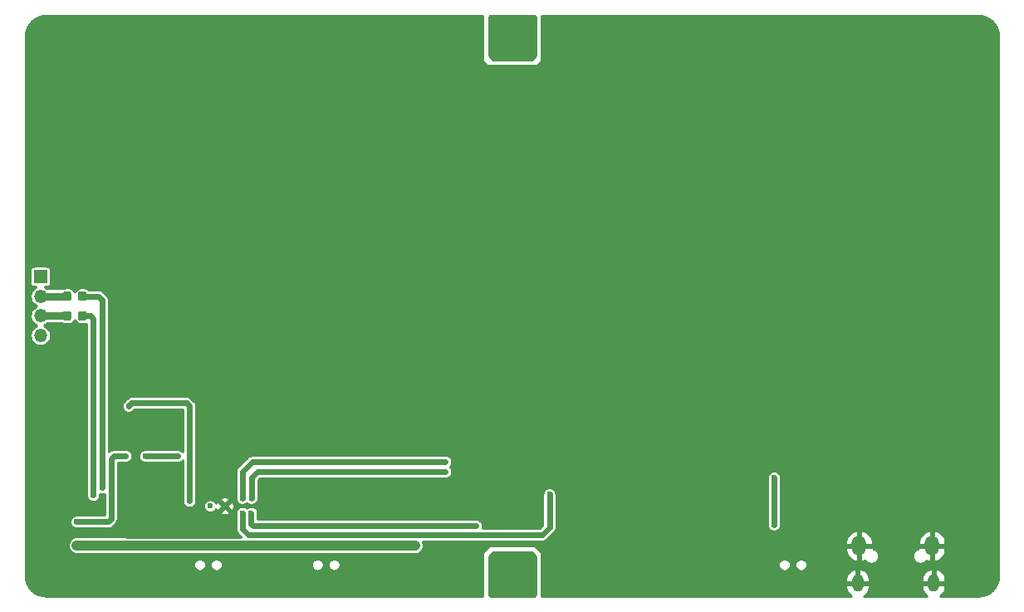
<source format=gbr>
G04 #@! TF.GenerationSoftware,KiCad,Pcbnew,5.1.5*
G04 #@! TF.CreationDate,2020-01-04T17:56:06+01:00*
G04 #@! TF.ProjectId,eside_rev18,65736964-655f-4726-9576-31382e6b6963,rev?*
G04 #@! TF.SameCoordinates,Original*
G04 #@! TF.FileFunction,Copper,L1,Top*
G04 #@! TF.FilePolarity,Positive*
%FSLAX46Y46*%
G04 Gerber Fmt 4.6, Leading zero omitted, Abs format (unit mm)*
G04 Created by KiCad (PCBNEW 5.1.5) date 2020-01-04 17:56:06*
%MOMM*%
%LPD*%
G04 APERTURE LIST*
%ADD10C,0.600000*%
%ADD11O,1.450000X2.000000*%
%ADD12O,1.150000X1.800000*%
%ADD13O,1.350000X1.350000*%
%ADD14R,1.350000X1.350000*%
%ADD15C,0.100000*%
%ADD16C,0.700000*%
%ADD17C,4.400000*%
%ADD18C,1.000000*%
%ADD19C,0.600000*%
%ADD20C,0.800000*%
%ADD21C,0.200000*%
%ADD22C,0.254000*%
G04 APERTURE END LIST*
D10*
X69200000Y-99900000D03*
X70700000Y-99900000D03*
D11*
X142825000Y-103950000D03*
X135375000Y-103950000D03*
D12*
X142975000Y-107750000D03*
X135225000Y-107750000D03*
D13*
X51900000Y-82500000D03*
X51900000Y-80500000D03*
X51900000Y-78500000D03*
D14*
X51900000Y-76500000D03*
G04 #@! TA.AperFunction,SMDPad,CuDef*
D15*
G36*
X56427691Y-78026053D02*
G01*
X56448926Y-78029203D01*
X56469750Y-78034419D01*
X56489962Y-78041651D01*
X56509368Y-78050830D01*
X56527781Y-78061866D01*
X56545024Y-78074654D01*
X56560930Y-78089070D01*
X56575346Y-78104976D01*
X56588134Y-78122219D01*
X56599170Y-78140632D01*
X56608349Y-78160038D01*
X56615581Y-78180250D01*
X56620797Y-78201074D01*
X56623947Y-78222309D01*
X56625000Y-78243750D01*
X56625000Y-78756250D01*
X56623947Y-78777691D01*
X56620797Y-78798926D01*
X56615581Y-78819750D01*
X56608349Y-78839962D01*
X56599170Y-78859368D01*
X56588134Y-78877781D01*
X56575346Y-78895024D01*
X56560930Y-78910930D01*
X56545024Y-78925346D01*
X56527781Y-78938134D01*
X56509368Y-78949170D01*
X56489962Y-78958349D01*
X56469750Y-78965581D01*
X56448926Y-78970797D01*
X56427691Y-78973947D01*
X56406250Y-78975000D01*
X55968750Y-78975000D01*
X55947309Y-78973947D01*
X55926074Y-78970797D01*
X55905250Y-78965581D01*
X55885038Y-78958349D01*
X55865632Y-78949170D01*
X55847219Y-78938134D01*
X55829976Y-78925346D01*
X55814070Y-78910930D01*
X55799654Y-78895024D01*
X55786866Y-78877781D01*
X55775830Y-78859368D01*
X55766651Y-78839962D01*
X55759419Y-78819750D01*
X55754203Y-78798926D01*
X55751053Y-78777691D01*
X55750000Y-78756250D01*
X55750000Y-78243750D01*
X55751053Y-78222309D01*
X55754203Y-78201074D01*
X55759419Y-78180250D01*
X55766651Y-78160038D01*
X55775830Y-78140632D01*
X55786866Y-78122219D01*
X55799654Y-78104976D01*
X55814070Y-78089070D01*
X55829976Y-78074654D01*
X55847219Y-78061866D01*
X55865632Y-78050830D01*
X55885038Y-78041651D01*
X55905250Y-78034419D01*
X55926074Y-78029203D01*
X55947309Y-78026053D01*
X55968750Y-78025000D01*
X56406250Y-78025000D01*
X56427691Y-78026053D01*
G37*
G04 #@! TD.AperFunction*
G04 #@! TA.AperFunction,SMDPad,CuDef*
G36*
X54852691Y-78026053D02*
G01*
X54873926Y-78029203D01*
X54894750Y-78034419D01*
X54914962Y-78041651D01*
X54934368Y-78050830D01*
X54952781Y-78061866D01*
X54970024Y-78074654D01*
X54985930Y-78089070D01*
X55000346Y-78104976D01*
X55013134Y-78122219D01*
X55024170Y-78140632D01*
X55033349Y-78160038D01*
X55040581Y-78180250D01*
X55045797Y-78201074D01*
X55048947Y-78222309D01*
X55050000Y-78243750D01*
X55050000Y-78756250D01*
X55048947Y-78777691D01*
X55045797Y-78798926D01*
X55040581Y-78819750D01*
X55033349Y-78839962D01*
X55024170Y-78859368D01*
X55013134Y-78877781D01*
X55000346Y-78895024D01*
X54985930Y-78910930D01*
X54970024Y-78925346D01*
X54952781Y-78938134D01*
X54934368Y-78949170D01*
X54914962Y-78958349D01*
X54894750Y-78965581D01*
X54873926Y-78970797D01*
X54852691Y-78973947D01*
X54831250Y-78975000D01*
X54393750Y-78975000D01*
X54372309Y-78973947D01*
X54351074Y-78970797D01*
X54330250Y-78965581D01*
X54310038Y-78958349D01*
X54290632Y-78949170D01*
X54272219Y-78938134D01*
X54254976Y-78925346D01*
X54239070Y-78910930D01*
X54224654Y-78895024D01*
X54211866Y-78877781D01*
X54200830Y-78859368D01*
X54191651Y-78839962D01*
X54184419Y-78819750D01*
X54179203Y-78798926D01*
X54176053Y-78777691D01*
X54175000Y-78756250D01*
X54175000Y-78243750D01*
X54176053Y-78222309D01*
X54179203Y-78201074D01*
X54184419Y-78180250D01*
X54191651Y-78160038D01*
X54200830Y-78140632D01*
X54211866Y-78122219D01*
X54224654Y-78104976D01*
X54239070Y-78089070D01*
X54254976Y-78074654D01*
X54272219Y-78061866D01*
X54290632Y-78050830D01*
X54310038Y-78041651D01*
X54330250Y-78034419D01*
X54351074Y-78029203D01*
X54372309Y-78026053D01*
X54393750Y-78025000D01*
X54831250Y-78025000D01*
X54852691Y-78026053D01*
G37*
G04 #@! TD.AperFunction*
G04 #@! TA.AperFunction,SMDPad,CuDef*
G36*
X56427691Y-80026053D02*
G01*
X56448926Y-80029203D01*
X56469750Y-80034419D01*
X56489962Y-80041651D01*
X56509368Y-80050830D01*
X56527781Y-80061866D01*
X56545024Y-80074654D01*
X56560930Y-80089070D01*
X56575346Y-80104976D01*
X56588134Y-80122219D01*
X56599170Y-80140632D01*
X56608349Y-80160038D01*
X56615581Y-80180250D01*
X56620797Y-80201074D01*
X56623947Y-80222309D01*
X56625000Y-80243750D01*
X56625000Y-80756250D01*
X56623947Y-80777691D01*
X56620797Y-80798926D01*
X56615581Y-80819750D01*
X56608349Y-80839962D01*
X56599170Y-80859368D01*
X56588134Y-80877781D01*
X56575346Y-80895024D01*
X56560930Y-80910930D01*
X56545024Y-80925346D01*
X56527781Y-80938134D01*
X56509368Y-80949170D01*
X56489962Y-80958349D01*
X56469750Y-80965581D01*
X56448926Y-80970797D01*
X56427691Y-80973947D01*
X56406250Y-80975000D01*
X55968750Y-80975000D01*
X55947309Y-80973947D01*
X55926074Y-80970797D01*
X55905250Y-80965581D01*
X55885038Y-80958349D01*
X55865632Y-80949170D01*
X55847219Y-80938134D01*
X55829976Y-80925346D01*
X55814070Y-80910930D01*
X55799654Y-80895024D01*
X55786866Y-80877781D01*
X55775830Y-80859368D01*
X55766651Y-80839962D01*
X55759419Y-80819750D01*
X55754203Y-80798926D01*
X55751053Y-80777691D01*
X55750000Y-80756250D01*
X55750000Y-80243750D01*
X55751053Y-80222309D01*
X55754203Y-80201074D01*
X55759419Y-80180250D01*
X55766651Y-80160038D01*
X55775830Y-80140632D01*
X55786866Y-80122219D01*
X55799654Y-80104976D01*
X55814070Y-80089070D01*
X55829976Y-80074654D01*
X55847219Y-80061866D01*
X55865632Y-80050830D01*
X55885038Y-80041651D01*
X55905250Y-80034419D01*
X55926074Y-80029203D01*
X55947309Y-80026053D01*
X55968750Y-80025000D01*
X56406250Y-80025000D01*
X56427691Y-80026053D01*
G37*
G04 #@! TD.AperFunction*
G04 #@! TA.AperFunction,SMDPad,CuDef*
G36*
X54852691Y-80026053D02*
G01*
X54873926Y-80029203D01*
X54894750Y-80034419D01*
X54914962Y-80041651D01*
X54934368Y-80050830D01*
X54952781Y-80061866D01*
X54970024Y-80074654D01*
X54985930Y-80089070D01*
X55000346Y-80104976D01*
X55013134Y-80122219D01*
X55024170Y-80140632D01*
X55033349Y-80160038D01*
X55040581Y-80180250D01*
X55045797Y-80201074D01*
X55048947Y-80222309D01*
X55050000Y-80243750D01*
X55050000Y-80756250D01*
X55048947Y-80777691D01*
X55045797Y-80798926D01*
X55040581Y-80819750D01*
X55033349Y-80839962D01*
X55024170Y-80859368D01*
X55013134Y-80877781D01*
X55000346Y-80895024D01*
X54985930Y-80910930D01*
X54970024Y-80925346D01*
X54952781Y-80938134D01*
X54934368Y-80949170D01*
X54914962Y-80958349D01*
X54894750Y-80965581D01*
X54873926Y-80970797D01*
X54852691Y-80973947D01*
X54831250Y-80975000D01*
X54393750Y-80975000D01*
X54372309Y-80973947D01*
X54351074Y-80970797D01*
X54330250Y-80965581D01*
X54310038Y-80958349D01*
X54290632Y-80949170D01*
X54272219Y-80938134D01*
X54254976Y-80925346D01*
X54239070Y-80910930D01*
X54224654Y-80895024D01*
X54211866Y-80877781D01*
X54200830Y-80859368D01*
X54191651Y-80839962D01*
X54184419Y-80819750D01*
X54179203Y-80798926D01*
X54176053Y-80777691D01*
X54175000Y-80756250D01*
X54175000Y-80243750D01*
X54176053Y-80222309D01*
X54179203Y-80201074D01*
X54184419Y-80180250D01*
X54191651Y-80160038D01*
X54200830Y-80140632D01*
X54211866Y-80122219D01*
X54224654Y-80104976D01*
X54239070Y-80089070D01*
X54254976Y-80074654D01*
X54272219Y-80061866D01*
X54290632Y-80050830D01*
X54310038Y-80041651D01*
X54330250Y-80034419D01*
X54351074Y-80029203D01*
X54372309Y-80026053D01*
X54393750Y-80025000D01*
X54831250Y-80025000D01*
X54852691Y-80026053D01*
G37*
G04 #@! TD.AperFunction*
D16*
X101166726Y-108166726D03*
X100000000Y-108650000D03*
X98833274Y-108166726D03*
X98350000Y-107000000D03*
X98833274Y-105833274D03*
X100000000Y-105350000D03*
X101166726Y-105833274D03*
X101650000Y-107000000D03*
D17*
X100000000Y-107000000D03*
D16*
X101166726Y-53166726D03*
X100000000Y-53650000D03*
X98833274Y-53166726D03*
X98350000Y-52000000D03*
X98833274Y-50833274D03*
X100000000Y-50350000D03*
X101166726Y-50833274D03*
X101650000Y-52000000D03*
D17*
X100000000Y-52000000D03*
D16*
X53666726Y-108166726D03*
X52500000Y-108650000D03*
X51333274Y-108166726D03*
X50850000Y-107000000D03*
X51333274Y-105833274D03*
X52500000Y-105350000D03*
X53666726Y-105833274D03*
X54150000Y-107000000D03*
D17*
X52500000Y-107000000D03*
D16*
X148666726Y-53166726D03*
X147500000Y-53650000D03*
X146333274Y-53166726D03*
X145850000Y-52000000D03*
X146333274Y-50833274D03*
X147500000Y-50350000D03*
X148666726Y-50833274D03*
X149150000Y-52000000D03*
D17*
X147500000Y-52000000D03*
D16*
X148666726Y-108166726D03*
X147500000Y-108650000D03*
X146333274Y-108166726D03*
X145850000Y-107000000D03*
X146333274Y-105833274D03*
X147500000Y-105350000D03*
X148666726Y-105833274D03*
X149150000Y-107000000D03*
D17*
X147500000Y-107000000D03*
D16*
X53666726Y-53166726D03*
X52500000Y-53650000D03*
X51333274Y-53166726D03*
X50850000Y-52000000D03*
X51333274Y-50833274D03*
X52500000Y-50350000D03*
X53666726Y-50833274D03*
X54150000Y-52000000D03*
D17*
X52500000Y-52000000D03*
D10*
X144400000Y-73200000D03*
X143500000Y-73200000D03*
X145300000Y-73200000D03*
X143500000Y-73900000D03*
X144400000Y-73900000D03*
X145300000Y-73900000D03*
X144300000Y-80300000D03*
X144300000Y-81200000D03*
X144300000Y-79400000D03*
X141800000Y-67600000D03*
X147000000Y-67600000D03*
X143400000Y-69000000D03*
X145400000Y-69000000D03*
X96200000Y-108500000D03*
X93700000Y-108500000D03*
X91200000Y-108500000D03*
X88700000Y-108500000D03*
X86200000Y-108500000D03*
X61200000Y-108500000D03*
X56200000Y-108500000D03*
X118800000Y-108500000D03*
X106300000Y-108500000D03*
X111300000Y-108500000D03*
X108800000Y-108500000D03*
X116300000Y-108500000D03*
X113800000Y-108500000D03*
X103800000Y-108500000D03*
X123800000Y-108500000D03*
X131300000Y-108500000D03*
X121300000Y-108500000D03*
X128800000Y-108500000D03*
X126300000Y-108500000D03*
X149000000Y-68200000D03*
X149000000Y-78200000D03*
X149000000Y-85700000D03*
X149000000Y-58200000D03*
X149000000Y-63200000D03*
X149000000Y-70700000D03*
X149000000Y-88200000D03*
X149000000Y-65700000D03*
X149000000Y-55700000D03*
X149000000Y-75700000D03*
X149000000Y-73200000D03*
X149000000Y-60700000D03*
X149000000Y-83200000D03*
X149000000Y-80700000D03*
X128800000Y-50500000D03*
X118800000Y-50500000D03*
X106300000Y-50500000D03*
X111300000Y-50500000D03*
X138800000Y-50500000D03*
X103800000Y-50500000D03*
X133800000Y-50500000D03*
X126300000Y-50500000D03*
X108800000Y-50500000D03*
X131300000Y-50500000D03*
X141300000Y-50500000D03*
X121300000Y-50500000D03*
X123800000Y-50500000D03*
X136300000Y-50500000D03*
X113800000Y-50500000D03*
X143800000Y-50500000D03*
X116300000Y-50500000D03*
X71300000Y-50500000D03*
X96300000Y-50500000D03*
X86300000Y-50500000D03*
X68800000Y-50500000D03*
X63800000Y-50500000D03*
X73800000Y-50500000D03*
X58800000Y-50500000D03*
X91300000Y-50500000D03*
X61300000Y-50500000D03*
X83800000Y-50500000D03*
X88800000Y-50500000D03*
X78800000Y-50500000D03*
X81300000Y-50500000D03*
X93800000Y-50500000D03*
X56300000Y-50500000D03*
X66300000Y-50500000D03*
X76300000Y-50500000D03*
X51000000Y-103300000D03*
X51000000Y-68300000D03*
X51000000Y-65800000D03*
X51000000Y-63300000D03*
X51000000Y-60800000D03*
X51000000Y-58300000D03*
X51000000Y-55800000D03*
X78700000Y-108500000D03*
X73700000Y-108500000D03*
X81200000Y-108500000D03*
X76200000Y-108500000D03*
X83700000Y-108500000D03*
X68700000Y-108500000D03*
X66200000Y-108500000D03*
X71200000Y-108500000D03*
X63700000Y-108500000D03*
X63300000Y-98300000D03*
X61700000Y-98300000D03*
X62500000Y-98300000D03*
X58700000Y-108500000D03*
X62500000Y-99100000D03*
X63300000Y-99100000D03*
X61700000Y-99100000D03*
X62500000Y-99900000D03*
X61700000Y-99900000D03*
X63300000Y-99900000D03*
X149000000Y-90700000D03*
X149000000Y-93200000D03*
X149000000Y-100700000D03*
X149000000Y-98200000D03*
X149000000Y-95700000D03*
X149000000Y-103200000D03*
X59000000Y-102600000D03*
X60100000Y-102600000D03*
X54000000Y-101500000D03*
X63300000Y-105600000D03*
X51000000Y-85900000D03*
X51000000Y-84300000D03*
X51000000Y-70800000D03*
X51000000Y-73300000D03*
X60400000Y-79500000D03*
X61700000Y-92200000D03*
X61000000Y-92200000D03*
X99400000Y-100500000D03*
X100200000Y-100500000D03*
X105100000Y-100500000D03*
X126700000Y-95500000D03*
X105900000Y-100500000D03*
X87500000Y-105600000D03*
X75300000Y-105600000D03*
X96900000Y-96400000D03*
X103800000Y-97400000D03*
X103800000Y-95900000D03*
X130000000Y-93100000D03*
X130000000Y-92100000D03*
X131200000Y-92100000D03*
X131200000Y-93100000D03*
X128800000Y-93100000D03*
X128800000Y-92100000D03*
X60100000Y-103900000D03*
X55600000Y-103900000D03*
X90000000Y-103900000D03*
X60900000Y-89700000D03*
X67100000Y-99399994D03*
X126700000Y-101800000D03*
X126700000Y-97000000D03*
X103800000Y-98700000D03*
X72500000Y-100600000D03*
X72500016Y-99100000D03*
X93200000Y-95400000D03*
X73427006Y-99102843D03*
X93200000Y-96400000D03*
X73400000Y-100600000D03*
X96300000Y-101900000D03*
X55600000Y-101500000D03*
X60600000Y-94800000D03*
X62600000Y-94800000D03*
X65900000Y-94800000D03*
X57300000Y-98800000D03*
X58199998Y-98000000D03*
D18*
X60100000Y-103900000D02*
X55600000Y-103900000D01*
X90100000Y-103900000D02*
X90072999Y-103927001D01*
X60524264Y-103900000D02*
X60100000Y-103900000D01*
X60551265Y-103927001D02*
X60524264Y-103900000D01*
X90072999Y-103927001D02*
X83372999Y-103927001D01*
X83372999Y-103927001D02*
X60551265Y-103927001D01*
D19*
X66800001Y-89400001D02*
X67100000Y-89700000D01*
X67100000Y-89700000D02*
X67100000Y-98975730D01*
X60900000Y-89700000D02*
X61199999Y-89400001D01*
X61199999Y-89400001D02*
X66800001Y-89400001D01*
X67100000Y-98975730D02*
X67100000Y-99399994D01*
D20*
X51900000Y-80500000D02*
X54612500Y-80500000D01*
D19*
X126700000Y-101800000D02*
X126700000Y-97024264D01*
X72500000Y-102200000D02*
X72500000Y-100600000D01*
X73100000Y-102800000D02*
X72500000Y-102200000D01*
X103100000Y-102800000D02*
X73100000Y-102800000D01*
X103800000Y-98700000D02*
X103800000Y-102100000D01*
X103800000Y-102100000D02*
X103100000Y-102800000D01*
D21*
X72500000Y-99099984D02*
X72500016Y-99100000D01*
D19*
X72500000Y-96400000D02*
X73500000Y-95400000D01*
X92775736Y-95400000D02*
X93200000Y-95400000D01*
X72500000Y-99099984D02*
X72500000Y-96400000D01*
X73500000Y-95400000D02*
X92775736Y-95400000D01*
X74000000Y-96400000D02*
X93200000Y-96400000D01*
X73427006Y-99102843D02*
X73427006Y-96972994D01*
X73427006Y-96972994D02*
X74000000Y-96400000D01*
D20*
X52854594Y-78500000D02*
X54612500Y-78500000D01*
X51900000Y-78500000D02*
X52854594Y-78500000D01*
D19*
X73600000Y-101900000D02*
X96300000Y-101900000D01*
X73400000Y-100600000D02*
X73400000Y-101700000D01*
X73400000Y-101700000D02*
X73600000Y-101900000D01*
X59400000Y-94800000D02*
X60600000Y-94800000D01*
X59100000Y-95100000D02*
X59400000Y-94800000D01*
X59100000Y-101200000D02*
X59100000Y-95100000D01*
X55600000Y-101500000D02*
X58800000Y-101500000D01*
X58800000Y-101500000D02*
X59100000Y-101200000D01*
X62600000Y-94800000D02*
X65900000Y-94800000D01*
X57300000Y-80800000D02*
X57300000Y-98800000D01*
X56087500Y-80500000D02*
X57000000Y-80500000D01*
X57000000Y-80500000D02*
X57300000Y-80800000D01*
X58199998Y-97575736D02*
X58199998Y-98000000D01*
X58199998Y-78899998D02*
X58199998Y-97575736D01*
X56087500Y-78500000D02*
X57800000Y-78500000D01*
X57800000Y-78500000D02*
X58199998Y-78899998D01*
D22*
G36*
X96973000Y-54500000D02*
G01*
X96975440Y-54524776D01*
X96982667Y-54548601D01*
X96994403Y-54570557D01*
X97010197Y-54589803D01*
X97410197Y-54989803D01*
X97429443Y-55005597D01*
X97451399Y-55017333D01*
X97475224Y-55024560D01*
X97500000Y-55027000D01*
X102500000Y-55027000D01*
X102524776Y-55024560D01*
X102548601Y-55017333D01*
X102570557Y-55005597D01*
X102589803Y-54989803D01*
X102989803Y-54589803D01*
X103005597Y-54570557D01*
X103017333Y-54548601D01*
X103024560Y-54524776D01*
X103027000Y-54500000D01*
X103027000Y-49906000D01*
X147480146Y-49906000D01*
X147906345Y-49947789D01*
X148297222Y-50065802D01*
X148657723Y-50257484D01*
X148974131Y-50515539D01*
X149234390Y-50830138D01*
X149428586Y-51189295D01*
X149549323Y-51579333D01*
X149594001Y-52004416D01*
X149594000Y-106980146D01*
X149552211Y-107406346D01*
X149434199Y-107797219D01*
X149242514Y-108157726D01*
X148984457Y-108474135D01*
X148669860Y-108734391D01*
X148310704Y-108928586D01*
X147920667Y-109049323D01*
X147495594Y-109094000D01*
X143629109Y-109094000D01*
X143740797Y-109020402D01*
X143910521Y-108852837D01*
X144044294Y-108655380D01*
X144136974Y-108435619D01*
X144185000Y-108202000D01*
X144185000Y-107877000D01*
X143102000Y-107877000D01*
X143102000Y-107897000D01*
X142848000Y-107897000D01*
X142848000Y-107877000D01*
X141765000Y-107877000D01*
X141765000Y-108202000D01*
X141813026Y-108435619D01*
X141905706Y-108655380D01*
X142039479Y-108852837D01*
X142209203Y-109020402D01*
X142320891Y-109094000D01*
X135879109Y-109094000D01*
X135990797Y-109020402D01*
X136160521Y-108852837D01*
X136294294Y-108655380D01*
X136386974Y-108435619D01*
X136435000Y-108202000D01*
X136435000Y-107877000D01*
X135352000Y-107877000D01*
X135352000Y-107897000D01*
X135098000Y-107897000D01*
X135098000Y-107877000D01*
X134015000Y-107877000D01*
X134015000Y-108202000D01*
X134063026Y-108435619D01*
X134155706Y-108655380D01*
X134289479Y-108852837D01*
X134459203Y-109020402D01*
X134570891Y-109094000D01*
X103027000Y-109094000D01*
X103027000Y-107298000D01*
X134015000Y-107298000D01*
X134015000Y-107623000D01*
X135098000Y-107623000D01*
X135098000Y-106381450D01*
X135352000Y-106381450D01*
X135352000Y-107623000D01*
X136435000Y-107623000D01*
X136435000Y-107298000D01*
X141765000Y-107298000D01*
X141765000Y-107623000D01*
X142848000Y-107623000D01*
X142848000Y-106381450D01*
X143102000Y-106381450D01*
X143102000Y-107623000D01*
X144185000Y-107623000D01*
X144185000Y-107298000D01*
X144136974Y-107064381D01*
X144044294Y-106844620D01*
X143910521Y-106647163D01*
X143740797Y-106479598D01*
X143541644Y-106348364D01*
X143320715Y-106258504D01*
X143288677Y-106256365D01*
X143102000Y-106381450D01*
X142848000Y-106381450D01*
X142661323Y-106256365D01*
X142629285Y-106258504D01*
X142408356Y-106348364D01*
X142209203Y-106479598D01*
X142039479Y-106647163D01*
X141905706Y-106844620D01*
X141813026Y-107064381D01*
X141765000Y-107298000D01*
X136435000Y-107298000D01*
X136386974Y-107064381D01*
X136294294Y-106844620D01*
X136160521Y-106647163D01*
X135990797Y-106479598D01*
X135791644Y-106348364D01*
X135570715Y-106258504D01*
X135538677Y-106256365D01*
X135352000Y-106381450D01*
X135098000Y-106381450D01*
X134911323Y-106256365D01*
X134879285Y-106258504D01*
X134658356Y-106348364D01*
X134459203Y-106479598D01*
X134289479Y-106647163D01*
X134155706Y-106844620D01*
X134063026Y-107064381D01*
X134015000Y-107298000D01*
X103027000Y-107298000D01*
X103027000Y-105837852D01*
X127119000Y-105837852D01*
X127119000Y-105962148D01*
X127143249Y-106084056D01*
X127190815Y-106198891D01*
X127259870Y-106302239D01*
X127347761Y-106390130D01*
X127451109Y-106459185D01*
X127565944Y-106506751D01*
X127687852Y-106531000D01*
X127812148Y-106531000D01*
X127934056Y-106506751D01*
X128048891Y-106459185D01*
X128152239Y-106390130D01*
X128240130Y-106302239D01*
X128309185Y-106198891D01*
X128356751Y-106084056D01*
X128381000Y-105962148D01*
X128381000Y-105837852D01*
X128819000Y-105837852D01*
X128819000Y-105962148D01*
X128843249Y-106084056D01*
X128890815Y-106198891D01*
X128959870Y-106302239D01*
X129047761Y-106390130D01*
X129151109Y-106459185D01*
X129265944Y-106506751D01*
X129387852Y-106531000D01*
X129512148Y-106531000D01*
X129634056Y-106506751D01*
X129748891Y-106459185D01*
X129852239Y-106390130D01*
X129940130Y-106302239D01*
X130009185Y-106198891D01*
X130056751Y-106084056D01*
X130081000Y-105962148D01*
X130081000Y-105837852D01*
X130056751Y-105715944D01*
X130009185Y-105601109D01*
X129940130Y-105497761D01*
X129852239Y-105409870D01*
X129748891Y-105340815D01*
X129634056Y-105293249D01*
X129512148Y-105269000D01*
X129387852Y-105269000D01*
X129265944Y-105293249D01*
X129151109Y-105340815D01*
X129047761Y-105409870D01*
X128959870Y-105497761D01*
X128890815Y-105601109D01*
X128843249Y-105715944D01*
X128819000Y-105837852D01*
X128381000Y-105837852D01*
X128356751Y-105715944D01*
X128309185Y-105601109D01*
X128240130Y-105497761D01*
X128152239Y-105409870D01*
X128048891Y-105340815D01*
X127934056Y-105293249D01*
X127812148Y-105269000D01*
X127687852Y-105269000D01*
X127565944Y-105293249D01*
X127451109Y-105340815D01*
X127347761Y-105409870D01*
X127259870Y-105497761D01*
X127190815Y-105601109D01*
X127143249Y-105715944D01*
X127119000Y-105837852D01*
X103027000Y-105837852D01*
X103027000Y-104700000D01*
X103024560Y-104675224D01*
X103017333Y-104651399D01*
X103005597Y-104629443D01*
X102989803Y-104610197D01*
X102456606Y-104077000D01*
X134015000Y-104077000D01*
X134015000Y-104352000D01*
X134065908Y-104614883D01*
X134167124Y-104862783D01*
X134314758Y-105086173D01*
X134503137Y-105276469D01*
X134725021Y-105426357D01*
X134971883Y-105530078D01*
X135037742Y-105542519D01*
X135248000Y-105419518D01*
X135248000Y-104077000D01*
X135502000Y-104077000D01*
X135502000Y-105419518D01*
X135712258Y-105542519D01*
X135778117Y-105530078D01*
X135962986Y-105452404D01*
X135993358Y-105497859D01*
X136102141Y-105606642D01*
X136230058Y-105692113D01*
X136372191Y-105750987D01*
X136523078Y-105781000D01*
X136676922Y-105781000D01*
X136827809Y-105750987D01*
X136969942Y-105692113D01*
X137097859Y-105606642D01*
X137206642Y-105497859D01*
X137292113Y-105369942D01*
X137350987Y-105227809D01*
X137381000Y-105076922D01*
X137381000Y-104923078D01*
X140819000Y-104923078D01*
X140819000Y-105076922D01*
X140849013Y-105227809D01*
X140907887Y-105369942D01*
X140993358Y-105497859D01*
X141102141Y-105606642D01*
X141230058Y-105692113D01*
X141372191Y-105750987D01*
X141523078Y-105781000D01*
X141676922Y-105781000D01*
X141827809Y-105750987D01*
X141969942Y-105692113D01*
X142097859Y-105606642D01*
X142206642Y-105497859D01*
X142237014Y-105452404D01*
X142421883Y-105530078D01*
X142487742Y-105542519D01*
X142698000Y-105419518D01*
X142698000Y-104077000D01*
X142952000Y-104077000D01*
X142952000Y-105419518D01*
X143162258Y-105542519D01*
X143228117Y-105530078D01*
X143474979Y-105426357D01*
X143696863Y-105276469D01*
X143885242Y-105086173D01*
X144032876Y-104862783D01*
X144134092Y-104614883D01*
X144185000Y-104352000D01*
X144185000Y-104077000D01*
X142952000Y-104077000D01*
X142698000Y-104077000D01*
X141465000Y-104077000D01*
X141465000Y-104230552D01*
X141372191Y-104249013D01*
X141230058Y-104307887D01*
X141102141Y-104393358D01*
X140993358Y-104502141D01*
X140907887Y-104630058D01*
X140849013Y-104772191D01*
X140819000Y-104923078D01*
X137381000Y-104923078D01*
X137350987Y-104772191D01*
X137292113Y-104630058D01*
X137206642Y-104502141D01*
X137097859Y-104393358D01*
X136969942Y-104307887D01*
X136827809Y-104249013D01*
X136735000Y-104230552D01*
X136735000Y-104077000D01*
X135502000Y-104077000D01*
X135248000Y-104077000D01*
X134015000Y-104077000D01*
X102456606Y-104077000D01*
X102389803Y-104010197D01*
X102370557Y-103994403D01*
X102348601Y-103982667D01*
X102324776Y-103975440D01*
X102300000Y-103973000D01*
X97700000Y-103973000D01*
X97675224Y-103975440D01*
X97651399Y-103982667D01*
X97629443Y-103994403D01*
X97610197Y-104010197D01*
X97010197Y-104610197D01*
X96994403Y-104629443D01*
X96982667Y-104651399D01*
X96975440Y-104675224D01*
X96973000Y-104700000D01*
X96973000Y-109094000D01*
X52519854Y-109094000D01*
X52093654Y-109052211D01*
X51702781Y-108934199D01*
X51342274Y-108742514D01*
X51025865Y-108484457D01*
X50765609Y-108169860D01*
X50571414Y-107810704D01*
X50450677Y-107420667D01*
X50406000Y-106995594D01*
X50406000Y-105837852D01*
X67519000Y-105837852D01*
X67519000Y-105962148D01*
X67543249Y-106084056D01*
X67590815Y-106198891D01*
X67659870Y-106302239D01*
X67747761Y-106390130D01*
X67851109Y-106459185D01*
X67965944Y-106506751D01*
X68087852Y-106531000D01*
X68212148Y-106531000D01*
X68334056Y-106506751D01*
X68448891Y-106459185D01*
X68552239Y-106390130D01*
X68640130Y-106302239D01*
X68709185Y-106198891D01*
X68756751Y-106084056D01*
X68781000Y-105962148D01*
X68781000Y-105837852D01*
X69219000Y-105837852D01*
X69219000Y-105962148D01*
X69243249Y-106084056D01*
X69290815Y-106198891D01*
X69359870Y-106302239D01*
X69447761Y-106390130D01*
X69551109Y-106459185D01*
X69665944Y-106506751D01*
X69787852Y-106531000D01*
X69912148Y-106531000D01*
X70034056Y-106506751D01*
X70148891Y-106459185D01*
X70252239Y-106390130D01*
X70340130Y-106302239D01*
X70409185Y-106198891D01*
X70456751Y-106084056D01*
X70481000Y-105962148D01*
X70481000Y-105837852D01*
X79519000Y-105837852D01*
X79519000Y-105962148D01*
X79543249Y-106084056D01*
X79590815Y-106198891D01*
X79659870Y-106302239D01*
X79747761Y-106390130D01*
X79851109Y-106459185D01*
X79965944Y-106506751D01*
X80087852Y-106531000D01*
X80212148Y-106531000D01*
X80334056Y-106506751D01*
X80448891Y-106459185D01*
X80552239Y-106390130D01*
X80640130Y-106302239D01*
X80709185Y-106198891D01*
X80756751Y-106084056D01*
X80781000Y-105962148D01*
X80781000Y-105837852D01*
X81219000Y-105837852D01*
X81219000Y-105962148D01*
X81243249Y-106084056D01*
X81290815Y-106198891D01*
X81359870Y-106302239D01*
X81447761Y-106390130D01*
X81551109Y-106459185D01*
X81665944Y-106506751D01*
X81787852Y-106531000D01*
X81912148Y-106531000D01*
X82034056Y-106506751D01*
X82148891Y-106459185D01*
X82252239Y-106390130D01*
X82340130Y-106302239D01*
X82409185Y-106198891D01*
X82456751Y-106084056D01*
X82481000Y-105962148D01*
X82481000Y-105837852D01*
X82456751Y-105715944D01*
X82409185Y-105601109D01*
X82340130Y-105497761D01*
X82252239Y-105409870D01*
X82148891Y-105340815D01*
X82034056Y-105293249D01*
X81912148Y-105269000D01*
X81787852Y-105269000D01*
X81665944Y-105293249D01*
X81551109Y-105340815D01*
X81447761Y-105409870D01*
X81359870Y-105497761D01*
X81290815Y-105601109D01*
X81243249Y-105715944D01*
X81219000Y-105837852D01*
X80781000Y-105837852D01*
X80756751Y-105715944D01*
X80709185Y-105601109D01*
X80640130Y-105497761D01*
X80552239Y-105409870D01*
X80448891Y-105340815D01*
X80334056Y-105293249D01*
X80212148Y-105269000D01*
X80087852Y-105269000D01*
X79965944Y-105293249D01*
X79851109Y-105340815D01*
X79747761Y-105409870D01*
X79659870Y-105497761D01*
X79590815Y-105601109D01*
X79543249Y-105715944D01*
X79519000Y-105837852D01*
X70481000Y-105837852D01*
X70456751Y-105715944D01*
X70409185Y-105601109D01*
X70340130Y-105497761D01*
X70252239Y-105409870D01*
X70148891Y-105340815D01*
X70034056Y-105293249D01*
X69912148Y-105269000D01*
X69787852Y-105269000D01*
X69665944Y-105293249D01*
X69551109Y-105340815D01*
X69447761Y-105409870D01*
X69359870Y-105497761D01*
X69290815Y-105601109D01*
X69243249Y-105715944D01*
X69219000Y-105837852D01*
X68781000Y-105837852D01*
X68756751Y-105715944D01*
X68709185Y-105601109D01*
X68640130Y-105497761D01*
X68552239Y-105409870D01*
X68448891Y-105340815D01*
X68334056Y-105293249D01*
X68212148Y-105269000D01*
X68087852Y-105269000D01*
X67965944Y-105293249D01*
X67851109Y-105340815D01*
X67747761Y-105409870D01*
X67659870Y-105497761D01*
X67590815Y-105601109D01*
X67543249Y-105715944D01*
X67519000Y-105837852D01*
X50406000Y-105837852D01*
X50406000Y-103900000D01*
X54714738Y-103900000D01*
X54731748Y-104072706D01*
X54782125Y-104238775D01*
X54863932Y-104391825D01*
X54974025Y-104525975D01*
X55108175Y-104636068D01*
X55261225Y-104717875D01*
X55427294Y-104768252D01*
X55556727Y-104781000D01*
X60331574Y-104781000D01*
X60378559Y-104795253D01*
X60507992Y-104808001D01*
X60507994Y-104808001D01*
X60551264Y-104812263D01*
X60594534Y-104808001D01*
X90029729Y-104808001D01*
X90072999Y-104812263D01*
X90116269Y-104808001D01*
X90116272Y-104808001D01*
X90245705Y-104795253D01*
X90411774Y-104744876D01*
X90564824Y-104663069D01*
X90698974Y-104552976D01*
X90726565Y-104519356D01*
X90753559Y-104492362D01*
X90836068Y-104391825D01*
X90917874Y-104238774D01*
X90968251Y-104072706D01*
X90985262Y-103900001D01*
X90968251Y-103727295D01*
X90917874Y-103561226D01*
X90910805Y-103548000D01*
X134015000Y-103548000D01*
X134015000Y-103823000D01*
X135248000Y-103823000D01*
X135248000Y-102480482D01*
X135502000Y-102480482D01*
X135502000Y-103823000D01*
X136735000Y-103823000D01*
X136735000Y-103548000D01*
X141465000Y-103548000D01*
X141465000Y-103823000D01*
X142698000Y-103823000D01*
X142698000Y-102480482D01*
X142952000Y-102480482D01*
X142952000Y-103823000D01*
X144185000Y-103823000D01*
X144185000Y-103548000D01*
X144134092Y-103285117D01*
X144032876Y-103037217D01*
X143885242Y-102813827D01*
X143696863Y-102623531D01*
X143474979Y-102473643D01*
X143228117Y-102369922D01*
X143162258Y-102357481D01*
X142952000Y-102480482D01*
X142698000Y-102480482D01*
X142487742Y-102357481D01*
X142421883Y-102369922D01*
X142175021Y-102473643D01*
X141953137Y-102623531D01*
X141764758Y-102813827D01*
X141617124Y-103037217D01*
X141515908Y-103285117D01*
X141465000Y-103548000D01*
X136735000Y-103548000D01*
X136684092Y-103285117D01*
X136582876Y-103037217D01*
X136435242Y-102813827D01*
X136246863Y-102623531D01*
X136024979Y-102473643D01*
X135778117Y-102369922D01*
X135712258Y-102357481D01*
X135502000Y-102480482D01*
X135248000Y-102480482D01*
X135037742Y-102357481D01*
X134971883Y-102369922D01*
X134725021Y-102473643D01*
X134503137Y-102623531D01*
X134314758Y-102813827D01*
X134167124Y-103037217D01*
X134065908Y-103285117D01*
X134015000Y-103548000D01*
X90910805Y-103548000D01*
X90874993Y-103481000D01*
X103066547Y-103481000D01*
X103100000Y-103484295D01*
X103133453Y-103481000D01*
X103233499Y-103471146D01*
X103361868Y-103432206D01*
X103480174Y-103368970D01*
X103583870Y-103283870D01*
X103605204Y-103257874D01*
X104257884Y-102605196D01*
X104283870Y-102583870D01*
X104368970Y-102480174D01*
X104432206Y-102361868D01*
X104471146Y-102233499D01*
X104481000Y-102133453D01*
X104481000Y-102133452D01*
X104484295Y-102100001D01*
X104481000Y-102066550D01*
X104481000Y-98632927D01*
X104474441Y-98599953D01*
X104471146Y-98566501D01*
X104461388Y-98534332D01*
X104454829Y-98501360D01*
X104441965Y-98470304D01*
X104432206Y-98438132D01*
X104416358Y-98408483D01*
X104403494Y-98377426D01*
X104384817Y-98349475D01*
X104368970Y-98319826D01*
X104347644Y-98293840D01*
X104328967Y-98265888D01*
X104305196Y-98242117D01*
X104283869Y-98216130D01*
X104257884Y-98194805D01*
X104234112Y-98171033D01*
X104206156Y-98152354D01*
X104180173Y-98131030D01*
X104150529Y-98115185D01*
X104122574Y-98096506D01*
X104091513Y-98083640D01*
X104061867Y-98067794D01*
X104029699Y-98058036D01*
X103998640Y-98045171D01*
X103965665Y-98038612D01*
X103933498Y-98028854D01*
X103900048Y-98025559D01*
X103867073Y-98019000D01*
X103833453Y-98019000D01*
X103800000Y-98015705D01*
X103766547Y-98019000D01*
X103732927Y-98019000D01*
X103699953Y-98025559D01*
X103666501Y-98028854D01*
X103634332Y-98038612D01*
X103601360Y-98045171D01*
X103570304Y-98058035D01*
X103538132Y-98067794D01*
X103508483Y-98083642D01*
X103477426Y-98096506D01*
X103449475Y-98115183D01*
X103419826Y-98131030D01*
X103393840Y-98152356D01*
X103365888Y-98171033D01*
X103342117Y-98194804D01*
X103316130Y-98216131D01*
X103294805Y-98242116D01*
X103271033Y-98265888D01*
X103252354Y-98293844D01*
X103231030Y-98319827D01*
X103215185Y-98349471D01*
X103196506Y-98377426D01*
X103183640Y-98408487D01*
X103167794Y-98438133D01*
X103158036Y-98470301D01*
X103145171Y-98501360D01*
X103138612Y-98534335D01*
X103128854Y-98566502D01*
X103125559Y-98599952D01*
X103119000Y-98632927D01*
X103119000Y-98666548D01*
X103119001Y-101817920D01*
X102817921Y-102119000D01*
X96946396Y-102119000D01*
X96954829Y-102098640D01*
X96961388Y-102065668D01*
X96971146Y-102033499D01*
X96974441Y-102000047D01*
X96981000Y-101967073D01*
X96981000Y-101933453D01*
X96984295Y-101900000D01*
X96981000Y-101866547D01*
X96981000Y-101832927D01*
X96974441Y-101799953D01*
X96971146Y-101766501D01*
X96961388Y-101734332D01*
X96954829Y-101701360D01*
X96941965Y-101670304D01*
X96932206Y-101638132D01*
X96916358Y-101608483D01*
X96903494Y-101577426D01*
X96884817Y-101549475D01*
X96868970Y-101519826D01*
X96847643Y-101493838D01*
X96828967Y-101465888D01*
X96805200Y-101442121D01*
X96783870Y-101416130D01*
X96757879Y-101394800D01*
X96734112Y-101371033D01*
X96706162Y-101352357D01*
X96680174Y-101331030D01*
X96650525Y-101315183D01*
X96622574Y-101296506D01*
X96591517Y-101283642D01*
X96561868Y-101267794D01*
X96529696Y-101258035D01*
X96498640Y-101245171D01*
X96465668Y-101238612D01*
X96433499Y-101228854D01*
X96400047Y-101225559D01*
X96367073Y-101219000D01*
X74081000Y-101219000D01*
X74081000Y-100532927D01*
X74074441Y-100499953D01*
X74071146Y-100466501D01*
X74061388Y-100434332D01*
X74054829Y-100401360D01*
X74041965Y-100370304D01*
X74032206Y-100338132D01*
X74016358Y-100308483D01*
X74003494Y-100277426D01*
X73984817Y-100249475D01*
X73968970Y-100219826D01*
X73947644Y-100193840D01*
X73928967Y-100165888D01*
X73905196Y-100142117D01*
X73883869Y-100116130D01*
X73857884Y-100094805D01*
X73834112Y-100071033D01*
X73806156Y-100052354D01*
X73780173Y-100031030D01*
X73750529Y-100015185D01*
X73722574Y-99996506D01*
X73691513Y-99983640D01*
X73661867Y-99967794D01*
X73629699Y-99958036D01*
X73598640Y-99945171D01*
X73565665Y-99938612D01*
X73533498Y-99928854D01*
X73500048Y-99925559D01*
X73467073Y-99919000D01*
X73433453Y-99919000D01*
X73400000Y-99915705D01*
X73366547Y-99919000D01*
X73332927Y-99919000D01*
X73299953Y-99925559D01*
X73266501Y-99928854D01*
X73234332Y-99938612D01*
X73201360Y-99945171D01*
X73170304Y-99958035D01*
X73138132Y-99967794D01*
X73108483Y-99983642D01*
X73077426Y-99996506D01*
X73049475Y-100015183D01*
X73019826Y-100031030D01*
X72993840Y-100052356D01*
X72965888Y-100071033D01*
X72950000Y-100086921D01*
X72934112Y-100071033D01*
X72906162Y-100052357D01*
X72880174Y-100031030D01*
X72850525Y-100015183D01*
X72822574Y-99996506D01*
X72791517Y-99983642D01*
X72761868Y-99967794D01*
X72729696Y-99958035D01*
X72698640Y-99945171D01*
X72665668Y-99938612D01*
X72633499Y-99928854D01*
X72600047Y-99925559D01*
X72567073Y-99919000D01*
X72533453Y-99919000D01*
X72500000Y-99915705D01*
X72466547Y-99919000D01*
X72432927Y-99919000D01*
X72399952Y-99925559D01*
X72366502Y-99928854D01*
X72334335Y-99938612D01*
X72301360Y-99945171D01*
X72270301Y-99958036D01*
X72238133Y-99967794D01*
X72208487Y-99983640D01*
X72177426Y-99996506D01*
X72149471Y-100015185D01*
X72119827Y-100031030D01*
X72093844Y-100052354D01*
X72065888Y-100071033D01*
X72042116Y-100094805D01*
X72016131Y-100116130D01*
X71994806Y-100142115D01*
X71971033Y-100165888D01*
X71952353Y-100193845D01*
X71931031Y-100219826D01*
X71915188Y-100249467D01*
X71896506Y-100277426D01*
X71883639Y-100308491D01*
X71867795Y-100338132D01*
X71858039Y-100370295D01*
X71845171Y-100401360D01*
X71838610Y-100434342D01*
X71828855Y-100466501D01*
X71825561Y-100499943D01*
X71819000Y-100532927D01*
X71819000Y-100667073D01*
X71819001Y-100667078D01*
X71819000Y-102166546D01*
X71815705Y-102200000D01*
X71819000Y-102233452D01*
X71828854Y-102333498D01*
X71867794Y-102461867D01*
X71931030Y-102580173D01*
X72016130Y-102683869D01*
X72042122Y-102705200D01*
X72382922Y-103046001D01*
X60743955Y-103046001D01*
X60696970Y-103031748D01*
X60567537Y-103019000D01*
X60567534Y-103019000D01*
X60524264Y-103014738D01*
X60480994Y-103019000D01*
X55556727Y-103019000D01*
X55427294Y-103031748D01*
X55261225Y-103082125D01*
X55108175Y-103163932D01*
X54974025Y-103274025D01*
X54863932Y-103408175D01*
X54782125Y-103561225D01*
X54731748Y-103727294D01*
X54714738Y-103900000D01*
X50406000Y-103900000D01*
X50406000Y-75825000D01*
X50842157Y-75825000D01*
X50842157Y-77175000D01*
X50849513Y-77249689D01*
X50871299Y-77321508D01*
X50906678Y-77387696D01*
X50954289Y-77445711D01*
X51012304Y-77493322D01*
X51078492Y-77528701D01*
X51150311Y-77550487D01*
X51225000Y-77557843D01*
X51415107Y-77557843D01*
X51399796Y-77564185D01*
X51226839Y-77679751D01*
X51079751Y-77826839D01*
X50964185Y-77999796D01*
X50884581Y-78191976D01*
X50844000Y-78395993D01*
X50844000Y-78604007D01*
X50884581Y-78808024D01*
X50964185Y-79000204D01*
X51079751Y-79173161D01*
X51226839Y-79320249D01*
X51399796Y-79435815D01*
X51554751Y-79500000D01*
X51399796Y-79564185D01*
X51226839Y-79679751D01*
X51079751Y-79826839D01*
X50964185Y-79999796D01*
X50884581Y-80191976D01*
X50844000Y-80395993D01*
X50844000Y-80604007D01*
X50884581Y-80808024D01*
X50964185Y-81000204D01*
X51079751Y-81173161D01*
X51226839Y-81320249D01*
X51399796Y-81435815D01*
X51554751Y-81500000D01*
X51399796Y-81564185D01*
X51226839Y-81679751D01*
X51079751Y-81826839D01*
X50964185Y-81999796D01*
X50884581Y-82191976D01*
X50844000Y-82395993D01*
X50844000Y-82604007D01*
X50884581Y-82808024D01*
X50964185Y-83000204D01*
X51079751Y-83173161D01*
X51226839Y-83320249D01*
X51399796Y-83435815D01*
X51591976Y-83515419D01*
X51795993Y-83556000D01*
X52004007Y-83556000D01*
X52208024Y-83515419D01*
X52400204Y-83435815D01*
X52573161Y-83320249D01*
X52720249Y-83173161D01*
X52835815Y-83000204D01*
X52915419Y-82808024D01*
X52956000Y-82604007D01*
X52956000Y-82395993D01*
X52915419Y-82191976D01*
X52835815Y-81999796D01*
X52720249Y-81826839D01*
X52573161Y-81679751D01*
X52400204Y-81564185D01*
X52245249Y-81500000D01*
X52400204Y-81435815D01*
X52573161Y-81320249D01*
X52612410Y-81281000D01*
X54105442Y-81281000D01*
X54163530Y-81312049D01*
X54276385Y-81346284D01*
X54393750Y-81357843D01*
X54831250Y-81357843D01*
X54948615Y-81346284D01*
X55061470Y-81312049D01*
X55165477Y-81256456D01*
X55256640Y-81181640D01*
X55331456Y-81090477D01*
X55387049Y-80986470D01*
X55400000Y-80943777D01*
X55412951Y-80986470D01*
X55468544Y-81090477D01*
X55543360Y-81181640D01*
X55634523Y-81256456D01*
X55738530Y-81312049D01*
X55851385Y-81346284D01*
X55968750Y-81357843D01*
X56406250Y-81357843D01*
X56523615Y-81346284D01*
X56619000Y-81317349D01*
X56619001Y-98732922D01*
X56619000Y-98732927D01*
X56619000Y-98867073D01*
X56625561Y-98900057D01*
X56628855Y-98933499D01*
X56638610Y-98965658D01*
X56645171Y-98998640D01*
X56658039Y-99029705D01*
X56667795Y-99061868D01*
X56683639Y-99091509D01*
X56696506Y-99122574D01*
X56715188Y-99150533D01*
X56731031Y-99180174D01*
X56752353Y-99206155D01*
X56771033Y-99234112D01*
X56794806Y-99257885D01*
X56816131Y-99283870D01*
X56842116Y-99305195D01*
X56865888Y-99328967D01*
X56893844Y-99347646D01*
X56919827Y-99368970D01*
X56949471Y-99384815D01*
X56977426Y-99403494D01*
X57008487Y-99416360D01*
X57038133Y-99432206D01*
X57070301Y-99441964D01*
X57101360Y-99454829D01*
X57134335Y-99461388D01*
X57166502Y-99471146D01*
X57199952Y-99474441D01*
X57232927Y-99481000D01*
X57266547Y-99481000D01*
X57300000Y-99484295D01*
X57333453Y-99481000D01*
X57367073Y-99481000D01*
X57400047Y-99474441D01*
X57433499Y-99471146D01*
X57465668Y-99461388D01*
X57498640Y-99454829D01*
X57529696Y-99441965D01*
X57561868Y-99432206D01*
X57591517Y-99416358D01*
X57622574Y-99403494D01*
X57650525Y-99384817D01*
X57680174Y-99368970D01*
X57706162Y-99347643D01*
X57734112Y-99328967D01*
X57757879Y-99305200D01*
X57783870Y-99283870D01*
X57805200Y-99257879D01*
X57828967Y-99234112D01*
X57847643Y-99206162D01*
X57868970Y-99180174D01*
X57884817Y-99150525D01*
X57903494Y-99122574D01*
X57916358Y-99091517D01*
X57932206Y-99061868D01*
X57941965Y-99029696D01*
X57954829Y-98998640D01*
X57961388Y-98965668D01*
X57971146Y-98933499D01*
X57974441Y-98900047D01*
X57981000Y-98867073D01*
X57981000Y-98646396D01*
X58001358Y-98654829D01*
X58034333Y-98661388D01*
X58066500Y-98671146D01*
X58099950Y-98674441D01*
X58132925Y-98681000D01*
X58166545Y-98681000D01*
X58199998Y-98684295D01*
X58233451Y-98681000D01*
X58267071Y-98681000D01*
X58300045Y-98674441D01*
X58333497Y-98671146D01*
X58365666Y-98661388D01*
X58398638Y-98654829D01*
X58419000Y-98646395D01*
X58419000Y-100819000D01*
X55532927Y-100819000D01*
X55499953Y-100825559D01*
X55466501Y-100828854D01*
X55434332Y-100838612D01*
X55401360Y-100845171D01*
X55370304Y-100858035D01*
X55338132Y-100867794D01*
X55308483Y-100883642D01*
X55277426Y-100896506D01*
X55249475Y-100915183D01*
X55219826Y-100931030D01*
X55193838Y-100952357D01*
X55165888Y-100971033D01*
X55142121Y-100994800D01*
X55116130Y-101016130D01*
X55094800Y-101042121D01*
X55071033Y-101065888D01*
X55052357Y-101093838D01*
X55031030Y-101119826D01*
X55015183Y-101149475D01*
X54996506Y-101177426D01*
X54983642Y-101208483D01*
X54967794Y-101238132D01*
X54958035Y-101270304D01*
X54945171Y-101301360D01*
X54938612Y-101334332D01*
X54928854Y-101366501D01*
X54925559Y-101399953D01*
X54919000Y-101432927D01*
X54919000Y-101466547D01*
X54915705Y-101500000D01*
X54919000Y-101533453D01*
X54919000Y-101567073D01*
X54925559Y-101600047D01*
X54928854Y-101633499D01*
X54938612Y-101665668D01*
X54945171Y-101698640D01*
X54958035Y-101729696D01*
X54967794Y-101761868D01*
X54983642Y-101791517D01*
X54996506Y-101822574D01*
X55015183Y-101850525D01*
X55031030Y-101880174D01*
X55052357Y-101906162D01*
X55071033Y-101934112D01*
X55094800Y-101957879D01*
X55116130Y-101983870D01*
X55142121Y-102005200D01*
X55165888Y-102028967D01*
X55193838Y-102047643D01*
X55219826Y-102068970D01*
X55249475Y-102084817D01*
X55277426Y-102103494D01*
X55308483Y-102116358D01*
X55338132Y-102132206D01*
X55370304Y-102141965D01*
X55401360Y-102154829D01*
X55434332Y-102161388D01*
X55466501Y-102171146D01*
X55499953Y-102174441D01*
X55532927Y-102181000D01*
X58766547Y-102181000D01*
X58800000Y-102184295D01*
X58833453Y-102181000D01*
X58933499Y-102171146D01*
X59061868Y-102132206D01*
X59180174Y-102068970D01*
X59283870Y-101983870D01*
X59305204Y-101957874D01*
X59557878Y-101705200D01*
X59583869Y-101683870D01*
X59668970Y-101580174D01*
X59732206Y-101461868D01*
X59771146Y-101333499D01*
X59781000Y-101233453D01*
X59781000Y-101233452D01*
X59784295Y-101200001D01*
X59781000Y-101166548D01*
X59781000Y-95481000D01*
X60667073Y-95481000D01*
X60700047Y-95474441D01*
X60733499Y-95471146D01*
X60765668Y-95461388D01*
X60798640Y-95454829D01*
X60829696Y-95441965D01*
X60861868Y-95432206D01*
X60891517Y-95416358D01*
X60922574Y-95403494D01*
X60950525Y-95384817D01*
X60980174Y-95368970D01*
X61006162Y-95347643D01*
X61034112Y-95328967D01*
X61057879Y-95305200D01*
X61083870Y-95283870D01*
X61105200Y-95257879D01*
X61128967Y-95234112D01*
X61147643Y-95206162D01*
X61168970Y-95180174D01*
X61184817Y-95150525D01*
X61203494Y-95122574D01*
X61216358Y-95091517D01*
X61232206Y-95061868D01*
X61241965Y-95029696D01*
X61254829Y-94998640D01*
X61261388Y-94965668D01*
X61271146Y-94933499D01*
X61274441Y-94900047D01*
X61281000Y-94867073D01*
X61281000Y-94833453D01*
X61284295Y-94800000D01*
X61281000Y-94766547D01*
X61281000Y-94732927D01*
X61274441Y-94699953D01*
X61271146Y-94666501D01*
X61261388Y-94634332D01*
X61254829Y-94601360D01*
X61241965Y-94570304D01*
X61232206Y-94538132D01*
X61216358Y-94508483D01*
X61203494Y-94477426D01*
X61184817Y-94449475D01*
X61168970Y-94419826D01*
X61147643Y-94393838D01*
X61128967Y-94365888D01*
X61105200Y-94342121D01*
X61083870Y-94316130D01*
X61057879Y-94294800D01*
X61034112Y-94271033D01*
X61006162Y-94252357D01*
X60980174Y-94231030D01*
X60950525Y-94215183D01*
X60922574Y-94196506D01*
X60891517Y-94183642D01*
X60861868Y-94167794D01*
X60829696Y-94158035D01*
X60798640Y-94145171D01*
X60765668Y-94138612D01*
X60733499Y-94128854D01*
X60700047Y-94125559D01*
X60667073Y-94119000D01*
X59433452Y-94119000D01*
X59399999Y-94115705D01*
X59266501Y-94128854D01*
X59138132Y-94167794D01*
X59019826Y-94231030D01*
X58916130Y-94316130D01*
X58894796Y-94342126D01*
X58880998Y-94355924D01*
X58880998Y-89700000D01*
X60215705Y-89700000D01*
X60219000Y-89733453D01*
X60219000Y-89767073D01*
X60225559Y-89800048D01*
X60228854Y-89833498D01*
X60238611Y-89865663D01*
X60245171Y-89898640D01*
X60258038Y-89929704D01*
X60267795Y-89961868D01*
X60283638Y-89991508D01*
X60296506Y-90022574D01*
X60315190Y-90050536D01*
X60331031Y-90080173D01*
X60352349Y-90106150D01*
X60371033Y-90134112D01*
X60394810Y-90157889D01*
X60416131Y-90183869D01*
X60442111Y-90205190D01*
X60465888Y-90228967D01*
X60493850Y-90247651D01*
X60519827Y-90268969D01*
X60549464Y-90284810D01*
X60577426Y-90303494D01*
X60608492Y-90316362D01*
X60638132Y-90332205D01*
X60670296Y-90341962D01*
X60701360Y-90354829D01*
X60734337Y-90361389D01*
X60766502Y-90371146D01*
X60799952Y-90374441D01*
X60832927Y-90381000D01*
X60866547Y-90381000D01*
X60900000Y-90384295D01*
X60933453Y-90381000D01*
X60967073Y-90381000D01*
X61000048Y-90374441D01*
X61033498Y-90371146D01*
X61065663Y-90361389D01*
X61098640Y-90354829D01*
X61129704Y-90341962D01*
X61161868Y-90332205D01*
X61191508Y-90316362D01*
X61222574Y-90303494D01*
X61250536Y-90284810D01*
X61280173Y-90268969D01*
X61306150Y-90247651D01*
X61334112Y-90228967D01*
X61428967Y-90134112D01*
X61428969Y-90134109D01*
X61482077Y-90081001D01*
X66419000Y-90081001D01*
X66419001Y-94355922D01*
X66405200Y-94342121D01*
X66383870Y-94316130D01*
X66357879Y-94294800D01*
X66334112Y-94271033D01*
X66306162Y-94252357D01*
X66280174Y-94231030D01*
X66250525Y-94215183D01*
X66222574Y-94196506D01*
X66191517Y-94183642D01*
X66161868Y-94167794D01*
X66129696Y-94158035D01*
X66098640Y-94145171D01*
X66065668Y-94138612D01*
X66033499Y-94128854D01*
X66000047Y-94125559D01*
X65967073Y-94119000D01*
X62532927Y-94119000D01*
X62499953Y-94125559D01*
X62466501Y-94128854D01*
X62434332Y-94138612D01*
X62401360Y-94145171D01*
X62370304Y-94158035D01*
X62338132Y-94167794D01*
X62308483Y-94183642D01*
X62277426Y-94196506D01*
X62249475Y-94215183D01*
X62219826Y-94231030D01*
X62193838Y-94252357D01*
X62165888Y-94271033D01*
X62142121Y-94294800D01*
X62116130Y-94316130D01*
X62094800Y-94342121D01*
X62071033Y-94365888D01*
X62052357Y-94393838D01*
X62031030Y-94419826D01*
X62015183Y-94449475D01*
X61996506Y-94477426D01*
X61983642Y-94508483D01*
X61967794Y-94538132D01*
X61958035Y-94570304D01*
X61945171Y-94601360D01*
X61938612Y-94634332D01*
X61928854Y-94666501D01*
X61925559Y-94699953D01*
X61919000Y-94732927D01*
X61919000Y-94766547D01*
X61915705Y-94800000D01*
X61919000Y-94833453D01*
X61919000Y-94867073D01*
X61925559Y-94900047D01*
X61928854Y-94933499D01*
X61938612Y-94965668D01*
X61945171Y-94998640D01*
X61958035Y-95029696D01*
X61967794Y-95061868D01*
X61983642Y-95091517D01*
X61996506Y-95122574D01*
X62015183Y-95150525D01*
X62031030Y-95180174D01*
X62052357Y-95206162D01*
X62071033Y-95234112D01*
X62094800Y-95257879D01*
X62116130Y-95283870D01*
X62142121Y-95305200D01*
X62165888Y-95328967D01*
X62193838Y-95347643D01*
X62219826Y-95368970D01*
X62249475Y-95384817D01*
X62277426Y-95403494D01*
X62308483Y-95416358D01*
X62338132Y-95432206D01*
X62370304Y-95441965D01*
X62401360Y-95454829D01*
X62434332Y-95461388D01*
X62466501Y-95471146D01*
X62499953Y-95474441D01*
X62532927Y-95481000D01*
X65967073Y-95481000D01*
X66000047Y-95474441D01*
X66033499Y-95471146D01*
X66065668Y-95461388D01*
X66098640Y-95454829D01*
X66129696Y-95441965D01*
X66161868Y-95432206D01*
X66191517Y-95416358D01*
X66222574Y-95403494D01*
X66250525Y-95384817D01*
X66280174Y-95368970D01*
X66306162Y-95347643D01*
X66334112Y-95328967D01*
X66357879Y-95305200D01*
X66383870Y-95283870D01*
X66405200Y-95257879D01*
X66419001Y-95244078D01*
X66419001Y-98942268D01*
X66419000Y-98942278D01*
X66419000Y-99467067D01*
X66425559Y-99500041D01*
X66428854Y-99533493D01*
X66438612Y-99565662D01*
X66445171Y-99598634D01*
X66458035Y-99629690D01*
X66467794Y-99661862D01*
X66483642Y-99691511D01*
X66496506Y-99722568D01*
X66515183Y-99750519D01*
X66531030Y-99780168D01*
X66552356Y-99806154D01*
X66571033Y-99834106D01*
X66594804Y-99857877D01*
X66616131Y-99883864D01*
X66642116Y-99905189D01*
X66665888Y-99928961D01*
X66693844Y-99947640D01*
X66719827Y-99968964D01*
X66749471Y-99984809D01*
X66777426Y-100003488D01*
X66808487Y-100016354D01*
X66838133Y-100032200D01*
X66870301Y-100041958D01*
X66901360Y-100054823D01*
X66934335Y-100061382D01*
X66966502Y-100071140D01*
X66999952Y-100074435D01*
X67032927Y-100080994D01*
X67066547Y-100080994D01*
X67100000Y-100084289D01*
X67133453Y-100080994D01*
X67167073Y-100080994D01*
X67200047Y-100074435D01*
X67233499Y-100071140D01*
X67265668Y-100061382D01*
X67298640Y-100054823D01*
X67329696Y-100041959D01*
X67361868Y-100032200D01*
X67391517Y-100016352D01*
X67422574Y-100003488D01*
X67450525Y-99984811D01*
X67480174Y-99968964D01*
X67506162Y-99947637D01*
X67534112Y-99928961D01*
X67557879Y-99905194D01*
X67583870Y-99883864D01*
X67605200Y-99857873D01*
X67628967Y-99834106D01*
X67629754Y-99832927D01*
X68519000Y-99832927D01*
X68519000Y-99967073D01*
X68545171Y-100098640D01*
X68596506Y-100222574D01*
X68671033Y-100334112D01*
X68765888Y-100428967D01*
X68877426Y-100503494D01*
X69001360Y-100554829D01*
X69132927Y-100581000D01*
X69267073Y-100581000D01*
X69398640Y-100554829D01*
X69447619Y-100534541D01*
X70245064Y-100534541D01*
X70255575Y-100727763D01*
X70425603Y-100798562D01*
X70606176Y-100834828D01*
X70790355Y-100835171D01*
X70971061Y-100799574D01*
X71141351Y-100729408D01*
X71144425Y-100727763D01*
X71154936Y-100534541D01*
X70700000Y-100079605D01*
X70245064Y-100534541D01*
X69447619Y-100534541D01*
X69522574Y-100503494D01*
X69634112Y-100428967D01*
X69728967Y-100334112D01*
X69803494Y-100222574D01*
X69812597Y-100200598D01*
X69870592Y-100341351D01*
X69872237Y-100344425D01*
X70065459Y-100354936D01*
X70520395Y-99900000D01*
X70879605Y-99900000D01*
X71334541Y-100354936D01*
X71527763Y-100344425D01*
X71598562Y-100174397D01*
X71634828Y-99993824D01*
X71635171Y-99809645D01*
X71599574Y-99628939D01*
X71529408Y-99458649D01*
X71527763Y-99455575D01*
X71334541Y-99445064D01*
X70879605Y-99900000D01*
X70520395Y-99900000D01*
X70065459Y-99445064D01*
X69872237Y-99455575D01*
X69812473Y-99599103D01*
X69803494Y-99577426D01*
X69728967Y-99465888D01*
X69634112Y-99371033D01*
X69522574Y-99296506D01*
X69447620Y-99265459D01*
X70245064Y-99265459D01*
X70700000Y-99720395D01*
X71154936Y-99265459D01*
X71144425Y-99072237D01*
X70974397Y-99001438D01*
X70793824Y-98965172D01*
X70609645Y-98964829D01*
X70428939Y-99000426D01*
X70258649Y-99070592D01*
X70255575Y-99072237D01*
X70245064Y-99265459D01*
X69447620Y-99265459D01*
X69398640Y-99245171D01*
X69267073Y-99219000D01*
X69132927Y-99219000D01*
X69001360Y-99245171D01*
X68877426Y-99296506D01*
X68765888Y-99371033D01*
X68671033Y-99465888D01*
X68596506Y-99577426D01*
X68545171Y-99701360D01*
X68519000Y-99832927D01*
X67629754Y-99832927D01*
X67647643Y-99806156D01*
X67668970Y-99780168D01*
X67684817Y-99750519D01*
X67703494Y-99722568D01*
X67716358Y-99691511D01*
X67732206Y-99661862D01*
X67741965Y-99629690D01*
X67754829Y-99598634D01*
X67761388Y-99565662D01*
X67771146Y-99533493D01*
X67774441Y-99500042D01*
X67781000Y-99467067D01*
X67781000Y-96400000D01*
X71815705Y-96400000D01*
X71819001Y-96433463D01*
X71819000Y-99133436D01*
X71819016Y-99133598D01*
X71819016Y-99167073D01*
X71825547Y-99199905D01*
X71828854Y-99233482D01*
X71838649Y-99265772D01*
X71845187Y-99298640D01*
X71858010Y-99329598D01*
X71867794Y-99361851D01*
X71883682Y-99391575D01*
X71896522Y-99422574D01*
X71915164Y-99450474D01*
X71931030Y-99480157D01*
X71952382Y-99506175D01*
X71971049Y-99534112D01*
X71994805Y-99557868D01*
X72016130Y-99583853D01*
X72042117Y-99605180D01*
X72065904Y-99628967D01*
X72093875Y-99647656D01*
X72119826Y-99668954D01*
X72149435Y-99684780D01*
X72177442Y-99703494D01*
X72208560Y-99716384D01*
X72238132Y-99732190D01*
X72270219Y-99741923D01*
X72301376Y-99754829D01*
X72334455Y-99761409D01*
X72366501Y-99771130D01*
X72399825Y-99774412D01*
X72432943Y-99781000D01*
X72466709Y-99781000D01*
X72500000Y-99784279D01*
X72533291Y-99781000D01*
X72567089Y-99781000D01*
X72600239Y-99774406D01*
X72633498Y-99771130D01*
X72665481Y-99761428D01*
X72698656Y-99754829D01*
X72729903Y-99741886D01*
X72761867Y-99732190D01*
X72791325Y-99716444D01*
X72822590Y-99703494D01*
X72850729Y-99684692D01*
X72880173Y-99668954D01*
X72905981Y-99647774D01*
X72934128Y-99628967D01*
X72958062Y-99605033D01*
X72961761Y-99601997D01*
X72969123Y-99608039D01*
X72992894Y-99631810D01*
X73020846Y-99650487D01*
X73046832Y-99671813D01*
X73076481Y-99687660D01*
X73104432Y-99706337D01*
X73135489Y-99719201D01*
X73165138Y-99735049D01*
X73197310Y-99744808D01*
X73228366Y-99757672D01*
X73261338Y-99764231D01*
X73293507Y-99773989D01*
X73326959Y-99777284D01*
X73359933Y-99783843D01*
X73393553Y-99783843D01*
X73427006Y-99787138D01*
X73460459Y-99783843D01*
X73494079Y-99783843D01*
X73527054Y-99777284D01*
X73560504Y-99773989D01*
X73592671Y-99764231D01*
X73625646Y-99757672D01*
X73656705Y-99744807D01*
X73688873Y-99735049D01*
X73718519Y-99719203D01*
X73749580Y-99706337D01*
X73777535Y-99687658D01*
X73807179Y-99671813D01*
X73833162Y-99650489D01*
X73861118Y-99631810D01*
X73884890Y-99608038D01*
X73910875Y-99586713D01*
X73932202Y-99560726D01*
X73955973Y-99536955D01*
X73974650Y-99509003D01*
X73995976Y-99483017D01*
X74011823Y-99453368D01*
X74030500Y-99425417D01*
X74043364Y-99394360D01*
X74059212Y-99364711D01*
X74068971Y-99332539D01*
X74081835Y-99301483D01*
X74088394Y-99268511D01*
X74098152Y-99236342D01*
X74101447Y-99202890D01*
X74108006Y-99169916D01*
X74108006Y-97255072D01*
X74282079Y-97081000D01*
X93267073Y-97081000D01*
X93300047Y-97074441D01*
X93333499Y-97071146D01*
X93365668Y-97061388D01*
X93398640Y-97054829D01*
X93429696Y-97041965D01*
X93461868Y-97032206D01*
X93491517Y-97016358D01*
X93522574Y-97003494D01*
X93550525Y-96984817D01*
X93580174Y-96968970D01*
X93606162Y-96947643D01*
X93628185Y-96932927D01*
X126019000Y-96932927D01*
X126019000Y-97067073D01*
X126019001Y-97067078D01*
X126019000Y-101732927D01*
X126019000Y-101867073D01*
X126025559Y-101900048D01*
X126028854Y-101933498D01*
X126038612Y-101965665D01*
X126045171Y-101998640D01*
X126058036Y-102029699D01*
X126067794Y-102061867D01*
X126083640Y-102091513D01*
X126096506Y-102122574D01*
X126115185Y-102150529D01*
X126131030Y-102180173D01*
X126152354Y-102206156D01*
X126171033Y-102234112D01*
X126194805Y-102257884D01*
X126216130Y-102283869D01*
X126242117Y-102305196D01*
X126265888Y-102328967D01*
X126293840Y-102347644D01*
X126319826Y-102368970D01*
X126349475Y-102384817D01*
X126377426Y-102403494D01*
X126408483Y-102416358D01*
X126438132Y-102432206D01*
X126470304Y-102441965D01*
X126501360Y-102454829D01*
X126534332Y-102461388D01*
X126566501Y-102471146D01*
X126599953Y-102474441D01*
X126632927Y-102481000D01*
X126666547Y-102481000D01*
X126700000Y-102484295D01*
X126733453Y-102481000D01*
X126767073Y-102481000D01*
X126800048Y-102474441D01*
X126833498Y-102471146D01*
X126865665Y-102461388D01*
X126898640Y-102454829D01*
X126929699Y-102441964D01*
X126961867Y-102432206D01*
X126991513Y-102416360D01*
X127022574Y-102403494D01*
X127050529Y-102384815D01*
X127080173Y-102368970D01*
X127106156Y-102347646D01*
X127134112Y-102328967D01*
X127157884Y-102305195D01*
X127183869Y-102283870D01*
X127205196Y-102257883D01*
X127228967Y-102234112D01*
X127247644Y-102206160D01*
X127268970Y-102180174D01*
X127284817Y-102150525D01*
X127303494Y-102122574D01*
X127316358Y-102091517D01*
X127332206Y-102061868D01*
X127341965Y-102029696D01*
X127354829Y-101998640D01*
X127361388Y-101965668D01*
X127371146Y-101933499D01*
X127374441Y-101900047D01*
X127381000Y-101867073D01*
X127381000Y-96932927D01*
X127354829Y-96801360D01*
X127303494Y-96677426D01*
X127228967Y-96565888D01*
X127134112Y-96471033D01*
X127022574Y-96396506D01*
X126898640Y-96345171D01*
X126767073Y-96319000D01*
X126632927Y-96319000D01*
X126501360Y-96345171D01*
X126377426Y-96396506D01*
X126265888Y-96471033D01*
X126171033Y-96565888D01*
X126096506Y-96677426D01*
X126045171Y-96801360D01*
X126019000Y-96932927D01*
X93628185Y-96932927D01*
X93634112Y-96928967D01*
X93657879Y-96905200D01*
X93683870Y-96883870D01*
X93705200Y-96857879D01*
X93728967Y-96834112D01*
X93747643Y-96806162D01*
X93768970Y-96780174D01*
X93784817Y-96750525D01*
X93803494Y-96722574D01*
X93816358Y-96691517D01*
X93832206Y-96661868D01*
X93841965Y-96629696D01*
X93854829Y-96598640D01*
X93861388Y-96565668D01*
X93871146Y-96533499D01*
X93874441Y-96500047D01*
X93881000Y-96467073D01*
X93881000Y-96433453D01*
X93884295Y-96400000D01*
X93881000Y-96366547D01*
X93881000Y-96332927D01*
X93874441Y-96299953D01*
X93871146Y-96266501D01*
X93861388Y-96234332D01*
X93854829Y-96201360D01*
X93841965Y-96170304D01*
X93832206Y-96138132D01*
X93816358Y-96108483D01*
X93803494Y-96077426D01*
X93784817Y-96049475D01*
X93768970Y-96019826D01*
X93747643Y-95993838D01*
X93728967Y-95965888D01*
X93705200Y-95942121D01*
X93683870Y-95916130D01*
X93664215Y-95900000D01*
X93683870Y-95883870D01*
X93705200Y-95857879D01*
X93728967Y-95834112D01*
X93747643Y-95806162D01*
X93768970Y-95780174D01*
X93784817Y-95750525D01*
X93803494Y-95722574D01*
X93816358Y-95691517D01*
X93832206Y-95661868D01*
X93841965Y-95629696D01*
X93854829Y-95598640D01*
X93861388Y-95565668D01*
X93871146Y-95533499D01*
X93874441Y-95500047D01*
X93881000Y-95467073D01*
X93881000Y-95433453D01*
X93884295Y-95400000D01*
X93881000Y-95366547D01*
X93881000Y-95332927D01*
X93874441Y-95299953D01*
X93871146Y-95266501D01*
X93861388Y-95234332D01*
X93854829Y-95201360D01*
X93841965Y-95170304D01*
X93832206Y-95138132D01*
X93816358Y-95108483D01*
X93803494Y-95077426D01*
X93784817Y-95049475D01*
X93768970Y-95019826D01*
X93747643Y-94993838D01*
X93728967Y-94965888D01*
X93705200Y-94942121D01*
X93683870Y-94916130D01*
X93657879Y-94894800D01*
X93634112Y-94871033D01*
X93606162Y-94852357D01*
X93580174Y-94831030D01*
X93550525Y-94815183D01*
X93522574Y-94796506D01*
X93491517Y-94783642D01*
X93461868Y-94767794D01*
X93429696Y-94758035D01*
X93398640Y-94745171D01*
X93365668Y-94738612D01*
X93333499Y-94728854D01*
X93300047Y-94725559D01*
X93267073Y-94719000D01*
X73533453Y-94719000D01*
X73500000Y-94715705D01*
X73366501Y-94728854D01*
X73238131Y-94767794D01*
X73177877Y-94800001D01*
X73119826Y-94831030D01*
X73016130Y-94916130D01*
X72994800Y-94942121D01*
X72042122Y-95894800D01*
X72016131Y-95916130D01*
X71931031Y-96019826D01*
X71903600Y-96071146D01*
X71867795Y-96138132D01*
X71828854Y-96266502D01*
X71815705Y-96400000D01*
X67781000Y-96400000D01*
X67781000Y-89733453D01*
X67784295Y-89700000D01*
X67771146Y-89566501D01*
X67732206Y-89438131D01*
X67699758Y-89377426D01*
X67668970Y-89319826D01*
X67583869Y-89216130D01*
X67557878Y-89194800D01*
X67305205Y-88942127D01*
X67283871Y-88916131D01*
X67180175Y-88831031D01*
X67061869Y-88767795D01*
X66933500Y-88728855D01*
X66833454Y-88719001D01*
X66800001Y-88715706D01*
X66766548Y-88719001D01*
X61233452Y-88719001D01*
X61199999Y-88715706D01*
X61066500Y-88728855D01*
X60938130Y-88767795D01*
X60878978Y-88799413D01*
X60819825Y-88831031D01*
X60716129Y-88916131D01*
X60694795Y-88942127D01*
X60465891Y-89171031D01*
X60465888Y-89171033D01*
X60371033Y-89265888D01*
X60352349Y-89293850D01*
X60331031Y-89319827D01*
X60315190Y-89349464D01*
X60296506Y-89377426D01*
X60283638Y-89408492D01*
X60267795Y-89438132D01*
X60258038Y-89470296D01*
X60245171Y-89501360D01*
X60238611Y-89534337D01*
X60228854Y-89566502D01*
X60225559Y-89599952D01*
X60219000Y-89632927D01*
X60219000Y-89666547D01*
X60215705Y-89700000D01*
X58880998Y-89700000D01*
X58880998Y-78933451D01*
X58884293Y-78899998D01*
X58871144Y-78766499D01*
X58832204Y-78638129D01*
X58768968Y-78519824D01*
X58752699Y-78500000D01*
X58683867Y-78416128D01*
X58657876Y-78394798D01*
X58305204Y-78042126D01*
X58283870Y-78016130D01*
X58180174Y-77931030D01*
X58061868Y-77867794D01*
X57933499Y-77828854D01*
X57833453Y-77819000D01*
X57800000Y-77815705D01*
X57766547Y-77819000D01*
X56832165Y-77819000D01*
X56831640Y-77818360D01*
X56740477Y-77743544D01*
X56636470Y-77687951D01*
X56523615Y-77653716D01*
X56406250Y-77642157D01*
X55968750Y-77642157D01*
X55851385Y-77653716D01*
X55738530Y-77687951D01*
X55634523Y-77743544D01*
X55543360Y-77818360D01*
X55468544Y-77909523D01*
X55412951Y-78013530D01*
X55400000Y-78056223D01*
X55387049Y-78013530D01*
X55331456Y-77909523D01*
X55256640Y-77818360D01*
X55165477Y-77743544D01*
X55061470Y-77687951D01*
X54948615Y-77653716D01*
X54831250Y-77642157D01*
X54393750Y-77642157D01*
X54276385Y-77653716D01*
X54163530Y-77687951D01*
X54105442Y-77719000D01*
X52612410Y-77719000D01*
X52573161Y-77679751D01*
X52400204Y-77564185D01*
X52384893Y-77557843D01*
X52575000Y-77557843D01*
X52649689Y-77550487D01*
X52721508Y-77528701D01*
X52787696Y-77493322D01*
X52845711Y-77445711D01*
X52893322Y-77387696D01*
X52928701Y-77321508D01*
X52950487Y-77249689D01*
X52957843Y-77175000D01*
X52957843Y-75825000D01*
X52950487Y-75750311D01*
X52928701Y-75678492D01*
X52893322Y-75612304D01*
X52845711Y-75554289D01*
X52787696Y-75506678D01*
X52721508Y-75471299D01*
X52649689Y-75449513D01*
X52575000Y-75442157D01*
X51225000Y-75442157D01*
X51150311Y-75449513D01*
X51078492Y-75471299D01*
X51012304Y-75506678D01*
X50954289Y-75554289D01*
X50906678Y-75612304D01*
X50871299Y-75678492D01*
X50849513Y-75750311D01*
X50842157Y-75825000D01*
X50406000Y-75825000D01*
X50406000Y-52019854D01*
X50447789Y-51593655D01*
X50565802Y-51202778D01*
X50757484Y-50842277D01*
X51015539Y-50525869D01*
X51330138Y-50265610D01*
X51689295Y-50071414D01*
X52079333Y-49950677D01*
X52504406Y-49906000D01*
X96973000Y-49906000D01*
X96973000Y-54500000D01*
G37*
X96973000Y-54500000D02*
X96975440Y-54524776D01*
X96982667Y-54548601D01*
X96994403Y-54570557D01*
X97010197Y-54589803D01*
X97410197Y-54989803D01*
X97429443Y-55005597D01*
X97451399Y-55017333D01*
X97475224Y-55024560D01*
X97500000Y-55027000D01*
X102500000Y-55027000D01*
X102524776Y-55024560D01*
X102548601Y-55017333D01*
X102570557Y-55005597D01*
X102589803Y-54989803D01*
X102989803Y-54589803D01*
X103005597Y-54570557D01*
X103017333Y-54548601D01*
X103024560Y-54524776D01*
X103027000Y-54500000D01*
X103027000Y-49906000D01*
X147480146Y-49906000D01*
X147906345Y-49947789D01*
X148297222Y-50065802D01*
X148657723Y-50257484D01*
X148974131Y-50515539D01*
X149234390Y-50830138D01*
X149428586Y-51189295D01*
X149549323Y-51579333D01*
X149594001Y-52004416D01*
X149594000Y-106980146D01*
X149552211Y-107406346D01*
X149434199Y-107797219D01*
X149242514Y-108157726D01*
X148984457Y-108474135D01*
X148669860Y-108734391D01*
X148310704Y-108928586D01*
X147920667Y-109049323D01*
X147495594Y-109094000D01*
X143629109Y-109094000D01*
X143740797Y-109020402D01*
X143910521Y-108852837D01*
X144044294Y-108655380D01*
X144136974Y-108435619D01*
X144185000Y-108202000D01*
X144185000Y-107877000D01*
X143102000Y-107877000D01*
X143102000Y-107897000D01*
X142848000Y-107897000D01*
X142848000Y-107877000D01*
X141765000Y-107877000D01*
X141765000Y-108202000D01*
X141813026Y-108435619D01*
X141905706Y-108655380D01*
X142039479Y-108852837D01*
X142209203Y-109020402D01*
X142320891Y-109094000D01*
X135879109Y-109094000D01*
X135990797Y-109020402D01*
X136160521Y-108852837D01*
X136294294Y-108655380D01*
X136386974Y-108435619D01*
X136435000Y-108202000D01*
X136435000Y-107877000D01*
X135352000Y-107877000D01*
X135352000Y-107897000D01*
X135098000Y-107897000D01*
X135098000Y-107877000D01*
X134015000Y-107877000D01*
X134015000Y-108202000D01*
X134063026Y-108435619D01*
X134155706Y-108655380D01*
X134289479Y-108852837D01*
X134459203Y-109020402D01*
X134570891Y-109094000D01*
X103027000Y-109094000D01*
X103027000Y-107298000D01*
X134015000Y-107298000D01*
X134015000Y-107623000D01*
X135098000Y-107623000D01*
X135098000Y-106381450D01*
X135352000Y-106381450D01*
X135352000Y-107623000D01*
X136435000Y-107623000D01*
X136435000Y-107298000D01*
X141765000Y-107298000D01*
X141765000Y-107623000D01*
X142848000Y-107623000D01*
X142848000Y-106381450D01*
X143102000Y-106381450D01*
X143102000Y-107623000D01*
X144185000Y-107623000D01*
X144185000Y-107298000D01*
X144136974Y-107064381D01*
X144044294Y-106844620D01*
X143910521Y-106647163D01*
X143740797Y-106479598D01*
X143541644Y-106348364D01*
X143320715Y-106258504D01*
X143288677Y-106256365D01*
X143102000Y-106381450D01*
X142848000Y-106381450D01*
X142661323Y-106256365D01*
X142629285Y-106258504D01*
X142408356Y-106348364D01*
X142209203Y-106479598D01*
X142039479Y-106647163D01*
X141905706Y-106844620D01*
X141813026Y-107064381D01*
X141765000Y-107298000D01*
X136435000Y-107298000D01*
X136386974Y-107064381D01*
X136294294Y-106844620D01*
X136160521Y-106647163D01*
X135990797Y-106479598D01*
X135791644Y-106348364D01*
X135570715Y-106258504D01*
X135538677Y-106256365D01*
X135352000Y-106381450D01*
X135098000Y-106381450D01*
X134911323Y-106256365D01*
X134879285Y-106258504D01*
X134658356Y-106348364D01*
X134459203Y-106479598D01*
X134289479Y-106647163D01*
X134155706Y-106844620D01*
X134063026Y-107064381D01*
X134015000Y-107298000D01*
X103027000Y-107298000D01*
X103027000Y-105837852D01*
X127119000Y-105837852D01*
X127119000Y-105962148D01*
X127143249Y-106084056D01*
X127190815Y-106198891D01*
X127259870Y-106302239D01*
X127347761Y-106390130D01*
X127451109Y-106459185D01*
X127565944Y-106506751D01*
X127687852Y-106531000D01*
X127812148Y-106531000D01*
X127934056Y-106506751D01*
X128048891Y-106459185D01*
X128152239Y-106390130D01*
X128240130Y-106302239D01*
X128309185Y-106198891D01*
X128356751Y-106084056D01*
X128381000Y-105962148D01*
X128381000Y-105837852D01*
X128819000Y-105837852D01*
X128819000Y-105962148D01*
X128843249Y-106084056D01*
X128890815Y-106198891D01*
X128959870Y-106302239D01*
X129047761Y-106390130D01*
X129151109Y-106459185D01*
X129265944Y-106506751D01*
X129387852Y-106531000D01*
X129512148Y-106531000D01*
X129634056Y-106506751D01*
X129748891Y-106459185D01*
X129852239Y-106390130D01*
X129940130Y-106302239D01*
X130009185Y-106198891D01*
X130056751Y-106084056D01*
X130081000Y-105962148D01*
X130081000Y-105837852D01*
X130056751Y-105715944D01*
X130009185Y-105601109D01*
X129940130Y-105497761D01*
X129852239Y-105409870D01*
X129748891Y-105340815D01*
X129634056Y-105293249D01*
X129512148Y-105269000D01*
X129387852Y-105269000D01*
X129265944Y-105293249D01*
X129151109Y-105340815D01*
X129047761Y-105409870D01*
X128959870Y-105497761D01*
X128890815Y-105601109D01*
X128843249Y-105715944D01*
X128819000Y-105837852D01*
X128381000Y-105837852D01*
X128356751Y-105715944D01*
X128309185Y-105601109D01*
X128240130Y-105497761D01*
X128152239Y-105409870D01*
X128048891Y-105340815D01*
X127934056Y-105293249D01*
X127812148Y-105269000D01*
X127687852Y-105269000D01*
X127565944Y-105293249D01*
X127451109Y-105340815D01*
X127347761Y-105409870D01*
X127259870Y-105497761D01*
X127190815Y-105601109D01*
X127143249Y-105715944D01*
X127119000Y-105837852D01*
X103027000Y-105837852D01*
X103027000Y-104700000D01*
X103024560Y-104675224D01*
X103017333Y-104651399D01*
X103005597Y-104629443D01*
X102989803Y-104610197D01*
X102456606Y-104077000D01*
X134015000Y-104077000D01*
X134015000Y-104352000D01*
X134065908Y-104614883D01*
X134167124Y-104862783D01*
X134314758Y-105086173D01*
X134503137Y-105276469D01*
X134725021Y-105426357D01*
X134971883Y-105530078D01*
X135037742Y-105542519D01*
X135248000Y-105419518D01*
X135248000Y-104077000D01*
X135502000Y-104077000D01*
X135502000Y-105419518D01*
X135712258Y-105542519D01*
X135778117Y-105530078D01*
X135962986Y-105452404D01*
X135993358Y-105497859D01*
X136102141Y-105606642D01*
X136230058Y-105692113D01*
X136372191Y-105750987D01*
X136523078Y-105781000D01*
X136676922Y-105781000D01*
X136827809Y-105750987D01*
X136969942Y-105692113D01*
X137097859Y-105606642D01*
X137206642Y-105497859D01*
X137292113Y-105369942D01*
X137350987Y-105227809D01*
X137381000Y-105076922D01*
X137381000Y-104923078D01*
X140819000Y-104923078D01*
X140819000Y-105076922D01*
X140849013Y-105227809D01*
X140907887Y-105369942D01*
X140993358Y-105497859D01*
X141102141Y-105606642D01*
X141230058Y-105692113D01*
X141372191Y-105750987D01*
X141523078Y-105781000D01*
X141676922Y-105781000D01*
X141827809Y-105750987D01*
X141969942Y-105692113D01*
X142097859Y-105606642D01*
X142206642Y-105497859D01*
X142237014Y-105452404D01*
X142421883Y-105530078D01*
X142487742Y-105542519D01*
X142698000Y-105419518D01*
X142698000Y-104077000D01*
X142952000Y-104077000D01*
X142952000Y-105419518D01*
X143162258Y-105542519D01*
X143228117Y-105530078D01*
X143474979Y-105426357D01*
X143696863Y-105276469D01*
X143885242Y-105086173D01*
X144032876Y-104862783D01*
X144134092Y-104614883D01*
X144185000Y-104352000D01*
X144185000Y-104077000D01*
X142952000Y-104077000D01*
X142698000Y-104077000D01*
X141465000Y-104077000D01*
X141465000Y-104230552D01*
X141372191Y-104249013D01*
X141230058Y-104307887D01*
X141102141Y-104393358D01*
X140993358Y-104502141D01*
X140907887Y-104630058D01*
X140849013Y-104772191D01*
X140819000Y-104923078D01*
X137381000Y-104923078D01*
X137350987Y-104772191D01*
X137292113Y-104630058D01*
X137206642Y-104502141D01*
X137097859Y-104393358D01*
X136969942Y-104307887D01*
X136827809Y-104249013D01*
X136735000Y-104230552D01*
X136735000Y-104077000D01*
X135502000Y-104077000D01*
X135248000Y-104077000D01*
X134015000Y-104077000D01*
X102456606Y-104077000D01*
X102389803Y-104010197D01*
X102370557Y-103994403D01*
X102348601Y-103982667D01*
X102324776Y-103975440D01*
X102300000Y-103973000D01*
X97700000Y-103973000D01*
X97675224Y-103975440D01*
X97651399Y-103982667D01*
X97629443Y-103994403D01*
X97610197Y-104010197D01*
X97010197Y-104610197D01*
X96994403Y-104629443D01*
X96982667Y-104651399D01*
X96975440Y-104675224D01*
X96973000Y-104700000D01*
X96973000Y-109094000D01*
X52519854Y-109094000D01*
X52093654Y-109052211D01*
X51702781Y-108934199D01*
X51342274Y-108742514D01*
X51025865Y-108484457D01*
X50765609Y-108169860D01*
X50571414Y-107810704D01*
X50450677Y-107420667D01*
X50406000Y-106995594D01*
X50406000Y-105837852D01*
X67519000Y-105837852D01*
X67519000Y-105962148D01*
X67543249Y-106084056D01*
X67590815Y-106198891D01*
X67659870Y-106302239D01*
X67747761Y-106390130D01*
X67851109Y-106459185D01*
X67965944Y-106506751D01*
X68087852Y-106531000D01*
X68212148Y-106531000D01*
X68334056Y-106506751D01*
X68448891Y-106459185D01*
X68552239Y-106390130D01*
X68640130Y-106302239D01*
X68709185Y-106198891D01*
X68756751Y-106084056D01*
X68781000Y-105962148D01*
X68781000Y-105837852D01*
X69219000Y-105837852D01*
X69219000Y-105962148D01*
X69243249Y-106084056D01*
X69290815Y-106198891D01*
X69359870Y-106302239D01*
X69447761Y-106390130D01*
X69551109Y-106459185D01*
X69665944Y-106506751D01*
X69787852Y-106531000D01*
X69912148Y-106531000D01*
X70034056Y-106506751D01*
X70148891Y-106459185D01*
X70252239Y-106390130D01*
X70340130Y-106302239D01*
X70409185Y-106198891D01*
X70456751Y-106084056D01*
X70481000Y-105962148D01*
X70481000Y-105837852D01*
X79519000Y-105837852D01*
X79519000Y-105962148D01*
X79543249Y-106084056D01*
X79590815Y-106198891D01*
X79659870Y-106302239D01*
X79747761Y-106390130D01*
X79851109Y-106459185D01*
X79965944Y-106506751D01*
X80087852Y-106531000D01*
X80212148Y-106531000D01*
X80334056Y-106506751D01*
X80448891Y-106459185D01*
X80552239Y-106390130D01*
X80640130Y-106302239D01*
X80709185Y-106198891D01*
X80756751Y-106084056D01*
X80781000Y-105962148D01*
X80781000Y-105837852D01*
X81219000Y-105837852D01*
X81219000Y-105962148D01*
X81243249Y-106084056D01*
X81290815Y-106198891D01*
X81359870Y-106302239D01*
X81447761Y-106390130D01*
X81551109Y-106459185D01*
X81665944Y-106506751D01*
X81787852Y-106531000D01*
X81912148Y-106531000D01*
X82034056Y-106506751D01*
X82148891Y-106459185D01*
X82252239Y-106390130D01*
X82340130Y-106302239D01*
X82409185Y-106198891D01*
X82456751Y-106084056D01*
X82481000Y-105962148D01*
X82481000Y-105837852D01*
X82456751Y-105715944D01*
X82409185Y-105601109D01*
X82340130Y-105497761D01*
X82252239Y-105409870D01*
X82148891Y-105340815D01*
X82034056Y-105293249D01*
X81912148Y-105269000D01*
X81787852Y-105269000D01*
X81665944Y-105293249D01*
X81551109Y-105340815D01*
X81447761Y-105409870D01*
X81359870Y-105497761D01*
X81290815Y-105601109D01*
X81243249Y-105715944D01*
X81219000Y-105837852D01*
X80781000Y-105837852D01*
X80756751Y-105715944D01*
X80709185Y-105601109D01*
X80640130Y-105497761D01*
X80552239Y-105409870D01*
X80448891Y-105340815D01*
X80334056Y-105293249D01*
X80212148Y-105269000D01*
X80087852Y-105269000D01*
X79965944Y-105293249D01*
X79851109Y-105340815D01*
X79747761Y-105409870D01*
X79659870Y-105497761D01*
X79590815Y-105601109D01*
X79543249Y-105715944D01*
X79519000Y-105837852D01*
X70481000Y-105837852D01*
X70456751Y-105715944D01*
X70409185Y-105601109D01*
X70340130Y-105497761D01*
X70252239Y-105409870D01*
X70148891Y-105340815D01*
X70034056Y-105293249D01*
X69912148Y-105269000D01*
X69787852Y-105269000D01*
X69665944Y-105293249D01*
X69551109Y-105340815D01*
X69447761Y-105409870D01*
X69359870Y-105497761D01*
X69290815Y-105601109D01*
X69243249Y-105715944D01*
X69219000Y-105837852D01*
X68781000Y-105837852D01*
X68756751Y-105715944D01*
X68709185Y-105601109D01*
X68640130Y-105497761D01*
X68552239Y-105409870D01*
X68448891Y-105340815D01*
X68334056Y-105293249D01*
X68212148Y-105269000D01*
X68087852Y-105269000D01*
X67965944Y-105293249D01*
X67851109Y-105340815D01*
X67747761Y-105409870D01*
X67659870Y-105497761D01*
X67590815Y-105601109D01*
X67543249Y-105715944D01*
X67519000Y-105837852D01*
X50406000Y-105837852D01*
X50406000Y-103900000D01*
X54714738Y-103900000D01*
X54731748Y-104072706D01*
X54782125Y-104238775D01*
X54863932Y-104391825D01*
X54974025Y-104525975D01*
X55108175Y-104636068D01*
X55261225Y-104717875D01*
X55427294Y-104768252D01*
X55556727Y-104781000D01*
X60331574Y-104781000D01*
X60378559Y-104795253D01*
X60507992Y-104808001D01*
X60507994Y-104808001D01*
X60551264Y-104812263D01*
X60594534Y-104808001D01*
X90029729Y-104808001D01*
X90072999Y-104812263D01*
X90116269Y-104808001D01*
X90116272Y-104808001D01*
X90245705Y-104795253D01*
X90411774Y-104744876D01*
X90564824Y-104663069D01*
X90698974Y-104552976D01*
X90726565Y-104519356D01*
X90753559Y-104492362D01*
X90836068Y-104391825D01*
X90917874Y-104238774D01*
X90968251Y-104072706D01*
X90985262Y-103900001D01*
X90968251Y-103727295D01*
X90917874Y-103561226D01*
X90910805Y-103548000D01*
X134015000Y-103548000D01*
X134015000Y-103823000D01*
X135248000Y-103823000D01*
X135248000Y-102480482D01*
X135502000Y-102480482D01*
X135502000Y-103823000D01*
X136735000Y-103823000D01*
X136735000Y-103548000D01*
X141465000Y-103548000D01*
X141465000Y-103823000D01*
X142698000Y-103823000D01*
X142698000Y-102480482D01*
X142952000Y-102480482D01*
X142952000Y-103823000D01*
X144185000Y-103823000D01*
X144185000Y-103548000D01*
X144134092Y-103285117D01*
X144032876Y-103037217D01*
X143885242Y-102813827D01*
X143696863Y-102623531D01*
X143474979Y-102473643D01*
X143228117Y-102369922D01*
X143162258Y-102357481D01*
X142952000Y-102480482D01*
X142698000Y-102480482D01*
X142487742Y-102357481D01*
X142421883Y-102369922D01*
X142175021Y-102473643D01*
X141953137Y-102623531D01*
X141764758Y-102813827D01*
X141617124Y-103037217D01*
X141515908Y-103285117D01*
X141465000Y-103548000D01*
X136735000Y-103548000D01*
X136684092Y-103285117D01*
X136582876Y-103037217D01*
X136435242Y-102813827D01*
X136246863Y-102623531D01*
X136024979Y-102473643D01*
X135778117Y-102369922D01*
X135712258Y-102357481D01*
X135502000Y-102480482D01*
X135248000Y-102480482D01*
X135037742Y-102357481D01*
X134971883Y-102369922D01*
X134725021Y-102473643D01*
X134503137Y-102623531D01*
X134314758Y-102813827D01*
X134167124Y-103037217D01*
X134065908Y-103285117D01*
X134015000Y-103548000D01*
X90910805Y-103548000D01*
X90874993Y-103481000D01*
X103066547Y-103481000D01*
X103100000Y-103484295D01*
X103133453Y-103481000D01*
X103233499Y-103471146D01*
X103361868Y-103432206D01*
X103480174Y-103368970D01*
X103583870Y-103283870D01*
X103605204Y-103257874D01*
X104257884Y-102605196D01*
X104283870Y-102583870D01*
X104368970Y-102480174D01*
X104432206Y-102361868D01*
X104471146Y-102233499D01*
X104481000Y-102133453D01*
X104481000Y-102133452D01*
X104484295Y-102100001D01*
X104481000Y-102066550D01*
X104481000Y-98632927D01*
X104474441Y-98599953D01*
X104471146Y-98566501D01*
X104461388Y-98534332D01*
X104454829Y-98501360D01*
X104441965Y-98470304D01*
X104432206Y-98438132D01*
X104416358Y-98408483D01*
X104403494Y-98377426D01*
X104384817Y-98349475D01*
X104368970Y-98319826D01*
X104347644Y-98293840D01*
X104328967Y-98265888D01*
X104305196Y-98242117D01*
X104283869Y-98216130D01*
X104257884Y-98194805D01*
X104234112Y-98171033D01*
X104206156Y-98152354D01*
X104180173Y-98131030D01*
X104150529Y-98115185D01*
X104122574Y-98096506D01*
X104091513Y-98083640D01*
X104061867Y-98067794D01*
X104029699Y-98058036D01*
X103998640Y-98045171D01*
X103965665Y-98038612D01*
X103933498Y-98028854D01*
X103900048Y-98025559D01*
X103867073Y-98019000D01*
X103833453Y-98019000D01*
X103800000Y-98015705D01*
X103766547Y-98019000D01*
X103732927Y-98019000D01*
X103699953Y-98025559D01*
X103666501Y-98028854D01*
X103634332Y-98038612D01*
X103601360Y-98045171D01*
X103570304Y-98058035D01*
X103538132Y-98067794D01*
X103508483Y-98083642D01*
X103477426Y-98096506D01*
X103449475Y-98115183D01*
X103419826Y-98131030D01*
X103393840Y-98152356D01*
X103365888Y-98171033D01*
X103342117Y-98194804D01*
X103316130Y-98216131D01*
X103294805Y-98242116D01*
X103271033Y-98265888D01*
X103252354Y-98293844D01*
X103231030Y-98319827D01*
X103215185Y-98349471D01*
X103196506Y-98377426D01*
X103183640Y-98408487D01*
X103167794Y-98438133D01*
X103158036Y-98470301D01*
X103145171Y-98501360D01*
X103138612Y-98534335D01*
X103128854Y-98566502D01*
X103125559Y-98599952D01*
X103119000Y-98632927D01*
X103119000Y-98666548D01*
X103119001Y-101817920D01*
X102817921Y-102119000D01*
X96946396Y-102119000D01*
X96954829Y-102098640D01*
X96961388Y-102065668D01*
X96971146Y-102033499D01*
X96974441Y-102000047D01*
X96981000Y-101967073D01*
X96981000Y-101933453D01*
X96984295Y-101900000D01*
X96981000Y-101866547D01*
X96981000Y-101832927D01*
X96974441Y-101799953D01*
X96971146Y-101766501D01*
X96961388Y-101734332D01*
X96954829Y-101701360D01*
X96941965Y-101670304D01*
X96932206Y-101638132D01*
X96916358Y-101608483D01*
X96903494Y-101577426D01*
X96884817Y-101549475D01*
X96868970Y-101519826D01*
X96847643Y-101493838D01*
X96828967Y-101465888D01*
X96805200Y-101442121D01*
X96783870Y-101416130D01*
X96757879Y-101394800D01*
X96734112Y-101371033D01*
X96706162Y-101352357D01*
X96680174Y-101331030D01*
X96650525Y-101315183D01*
X96622574Y-101296506D01*
X96591517Y-101283642D01*
X96561868Y-101267794D01*
X96529696Y-101258035D01*
X96498640Y-101245171D01*
X96465668Y-101238612D01*
X96433499Y-101228854D01*
X96400047Y-101225559D01*
X96367073Y-101219000D01*
X74081000Y-101219000D01*
X74081000Y-100532927D01*
X74074441Y-100499953D01*
X74071146Y-100466501D01*
X74061388Y-100434332D01*
X74054829Y-100401360D01*
X74041965Y-100370304D01*
X74032206Y-100338132D01*
X74016358Y-100308483D01*
X74003494Y-100277426D01*
X73984817Y-100249475D01*
X73968970Y-100219826D01*
X73947644Y-100193840D01*
X73928967Y-100165888D01*
X73905196Y-100142117D01*
X73883869Y-100116130D01*
X73857884Y-100094805D01*
X73834112Y-100071033D01*
X73806156Y-100052354D01*
X73780173Y-100031030D01*
X73750529Y-100015185D01*
X73722574Y-99996506D01*
X73691513Y-99983640D01*
X73661867Y-99967794D01*
X73629699Y-99958036D01*
X73598640Y-99945171D01*
X73565665Y-99938612D01*
X73533498Y-99928854D01*
X73500048Y-99925559D01*
X73467073Y-99919000D01*
X73433453Y-99919000D01*
X73400000Y-99915705D01*
X73366547Y-99919000D01*
X73332927Y-99919000D01*
X73299953Y-99925559D01*
X73266501Y-99928854D01*
X73234332Y-99938612D01*
X73201360Y-99945171D01*
X73170304Y-99958035D01*
X73138132Y-99967794D01*
X73108483Y-99983642D01*
X73077426Y-99996506D01*
X73049475Y-100015183D01*
X73019826Y-100031030D01*
X72993840Y-100052356D01*
X72965888Y-100071033D01*
X72950000Y-100086921D01*
X72934112Y-100071033D01*
X72906162Y-100052357D01*
X72880174Y-100031030D01*
X72850525Y-100015183D01*
X72822574Y-99996506D01*
X72791517Y-99983642D01*
X72761868Y-99967794D01*
X72729696Y-99958035D01*
X72698640Y-99945171D01*
X72665668Y-99938612D01*
X72633499Y-99928854D01*
X72600047Y-99925559D01*
X72567073Y-99919000D01*
X72533453Y-99919000D01*
X72500000Y-99915705D01*
X72466547Y-99919000D01*
X72432927Y-99919000D01*
X72399952Y-99925559D01*
X72366502Y-99928854D01*
X72334335Y-99938612D01*
X72301360Y-99945171D01*
X72270301Y-99958036D01*
X72238133Y-99967794D01*
X72208487Y-99983640D01*
X72177426Y-99996506D01*
X72149471Y-100015185D01*
X72119827Y-100031030D01*
X72093844Y-100052354D01*
X72065888Y-100071033D01*
X72042116Y-100094805D01*
X72016131Y-100116130D01*
X71994806Y-100142115D01*
X71971033Y-100165888D01*
X71952353Y-100193845D01*
X71931031Y-100219826D01*
X71915188Y-100249467D01*
X71896506Y-100277426D01*
X71883639Y-100308491D01*
X71867795Y-100338132D01*
X71858039Y-100370295D01*
X71845171Y-100401360D01*
X71838610Y-100434342D01*
X71828855Y-100466501D01*
X71825561Y-100499943D01*
X71819000Y-100532927D01*
X71819000Y-100667073D01*
X71819001Y-100667078D01*
X71819000Y-102166546D01*
X71815705Y-102200000D01*
X71819000Y-102233452D01*
X71828854Y-102333498D01*
X71867794Y-102461867D01*
X71931030Y-102580173D01*
X72016130Y-102683869D01*
X72042122Y-102705200D01*
X72382922Y-103046001D01*
X60743955Y-103046001D01*
X60696970Y-103031748D01*
X60567537Y-103019000D01*
X60567534Y-103019000D01*
X60524264Y-103014738D01*
X60480994Y-103019000D01*
X55556727Y-103019000D01*
X55427294Y-103031748D01*
X55261225Y-103082125D01*
X55108175Y-103163932D01*
X54974025Y-103274025D01*
X54863932Y-103408175D01*
X54782125Y-103561225D01*
X54731748Y-103727294D01*
X54714738Y-103900000D01*
X50406000Y-103900000D01*
X50406000Y-75825000D01*
X50842157Y-75825000D01*
X50842157Y-77175000D01*
X50849513Y-77249689D01*
X50871299Y-77321508D01*
X50906678Y-77387696D01*
X50954289Y-77445711D01*
X51012304Y-77493322D01*
X51078492Y-77528701D01*
X51150311Y-77550487D01*
X51225000Y-77557843D01*
X51415107Y-77557843D01*
X51399796Y-77564185D01*
X51226839Y-77679751D01*
X51079751Y-77826839D01*
X50964185Y-77999796D01*
X50884581Y-78191976D01*
X50844000Y-78395993D01*
X50844000Y-78604007D01*
X50884581Y-78808024D01*
X50964185Y-79000204D01*
X51079751Y-79173161D01*
X51226839Y-79320249D01*
X51399796Y-79435815D01*
X51554751Y-79500000D01*
X51399796Y-79564185D01*
X51226839Y-79679751D01*
X51079751Y-79826839D01*
X50964185Y-79999796D01*
X50884581Y-80191976D01*
X50844000Y-80395993D01*
X50844000Y-80604007D01*
X50884581Y-80808024D01*
X50964185Y-81000204D01*
X51079751Y-81173161D01*
X51226839Y-81320249D01*
X51399796Y-81435815D01*
X51554751Y-81500000D01*
X51399796Y-81564185D01*
X51226839Y-81679751D01*
X51079751Y-81826839D01*
X50964185Y-81999796D01*
X50884581Y-82191976D01*
X50844000Y-82395993D01*
X50844000Y-82604007D01*
X50884581Y-82808024D01*
X50964185Y-83000204D01*
X51079751Y-83173161D01*
X51226839Y-83320249D01*
X51399796Y-83435815D01*
X51591976Y-83515419D01*
X51795993Y-83556000D01*
X52004007Y-83556000D01*
X52208024Y-83515419D01*
X52400204Y-83435815D01*
X52573161Y-83320249D01*
X52720249Y-83173161D01*
X52835815Y-83000204D01*
X52915419Y-82808024D01*
X52956000Y-82604007D01*
X52956000Y-82395993D01*
X52915419Y-82191976D01*
X52835815Y-81999796D01*
X52720249Y-81826839D01*
X52573161Y-81679751D01*
X52400204Y-81564185D01*
X52245249Y-81500000D01*
X52400204Y-81435815D01*
X52573161Y-81320249D01*
X52612410Y-81281000D01*
X54105442Y-81281000D01*
X54163530Y-81312049D01*
X54276385Y-81346284D01*
X54393750Y-81357843D01*
X54831250Y-81357843D01*
X54948615Y-81346284D01*
X55061470Y-81312049D01*
X55165477Y-81256456D01*
X55256640Y-81181640D01*
X55331456Y-81090477D01*
X55387049Y-80986470D01*
X55400000Y-80943777D01*
X55412951Y-80986470D01*
X55468544Y-81090477D01*
X55543360Y-81181640D01*
X55634523Y-81256456D01*
X55738530Y-81312049D01*
X55851385Y-81346284D01*
X55968750Y-81357843D01*
X56406250Y-81357843D01*
X56523615Y-81346284D01*
X56619000Y-81317349D01*
X56619001Y-98732922D01*
X56619000Y-98732927D01*
X56619000Y-98867073D01*
X56625561Y-98900057D01*
X56628855Y-98933499D01*
X56638610Y-98965658D01*
X56645171Y-98998640D01*
X56658039Y-99029705D01*
X56667795Y-99061868D01*
X56683639Y-99091509D01*
X56696506Y-99122574D01*
X56715188Y-99150533D01*
X56731031Y-99180174D01*
X56752353Y-99206155D01*
X56771033Y-99234112D01*
X56794806Y-99257885D01*
X56816131Y-99283870D01*
X56842116Y-99305195D01*
X56865888Y-99328967D01*
X56893844Y-99347646D01*
X56919827Y-99368970D01*
X56949471Y-99384815D01*
X56977426Y-99403494D01*
X57008487Y-99416360D01*
X57038133Y-99432206D01*
X57070301Y-99441964D01*
X57101360Y-99454829D01*
X57134335Y-99461388D01*
X57166502Y-99471146D01*
X57199952Y-99474441D01*
X57232927Y-99481000D01*
X57266547Y-99481000D01*
X57300000Y-99484295D01*
X57333453Y-99481000D01*
X57367073Y-99481000D01*
X57400047Y-99474441D01*
X57433499Y-99471146D01*
X57465668Y-99461388D01*
X57498640Y-99454829D01*
X57529696Y-99441965D01*
X57561868Y-99432206D01*
X57591517Y-99416358D01*
X57622574Y-99403494D01*
X57650525Y-99384817D01*
X57680174Y-99368970D01*
X57706162Y-99347643D01*
X57734112Y-99328967D01*
X57757879Y-99305200D01*
X57783870Y-99283870D01*
X57805200Y-99257879D01*
X57828967Y-99234112D01*
X57847643Y-99206162D01*
X57868970Y-99180174D01*
X57884817Y-99150525D01*
X57903494Y-99122574D01*
X57916358Y-99091517D01*
X57932206Y-99061868D01*
X57941965Y-99029696D01*
X57954829Y-98998640D01*
X57961388Y-98965668D01*
X57971146Y-98933499D01*
X57974441Y-98900047D01*
X57981000Y-98867073D01*
X57981000Y-98646396D01*
X58001358Y-98654829D01*
X58034333Y-98661388D01*
X58066500Y-98671146D01*
X58099950Y-98674441D01*
X58132925Y-98681000D01*
X58166545Y-98681000D01*
X58199998Y-98684295D01*
X58233451Y-98681000D01*
X58267071Y-98681000D01*
X58300045Y-98674441D01*
X58333497Y-98671146D01*
X58365666Y-98661388D01*
X58398638Y-98654829D01*
X58419000Y-98646395D01*
X58419000Y-100819000D01*
X55532927Y-100819000D01*
X55499953Y-100825559D01*
X55466501Y-100828854D01*
X55434332Y-100838612D01*
X55401360Y-100845171D01*
X55370304Y-100858035D01*
X55338132Y-100867794D01*
X55308483Y-100883642D01*
X55277426Y-100896506D01*
X55249475Y-100915183D01*
X55219826Y-100931030D01*
X55193838Y-100952357D01*
X55165888Y-100971033D01*
X55142121Y-100994800D01*
X55116130Y-101016130D01*
X55094800Y-101042121D01*
X55071033Y-101065888D01*
X55052357Y-101093838D01*
X55031030Y-101119826D01*
X55015183Y-101149475D01*
X54996506Y-101177426D01*
X54983642Y-101208483D01*
X54967794Y-101238132D01*
X54958035Y-101270304D01*
X54945171Y-101301360D01*
X54938612Y-101334332D01*
X54928854Y-101366501D01*
X54925559Y-101399953D01*
X54919000Y-101432927D01*
X54919000Y-101466547D01*
X54915705Y-101500000D01*
X54919000Y-101533453D01*
X54919000Y-101567073D01*
X54925559Y-101600047D01*
X54928854Y-101633499D01*
X54938612Y-101665668D01*
X54945171Y-101698640D01*
X54958035Y-101729696D01*
X54967794Y-101761868D01*
X54983642Y-101791517D01*
X54996506Y-101822574D01*
X55015183Y-101850525D01*
X55031030Y-101880174D01*
X55052357Y-101906162D01*
X55071033Y-101934112D01*
X55094800Y-101957879D01*
X55116130Y-101983870D01*
X55142121Y-102005200D01*
X55165888Y-102028967D01*
X55193838Y-102047643D01*
X55219826Y-102068970D01*
X55249475Y-102084817D01*
X55277426Y-102103494D01*
X55308483Y-102116358D01*
X55338132Y-102132206D01*
X55370304Y-102141965D01*
X55401360Y-102154829D01*
X55434332Y-102161388D01*
X55466501Y-102171146D01*
X55499953Y-102174441D01*
X55532927Y-102181000D01*
X58766547Y-102181000D01*
X58800000Y-102184295D01*
X58833453Y-102181000D01*
X58933499Y-102171146D01*
X59061868Y-102132206D01*
X59180174Y-102068970D01*
X59283870Y-101983870D01*
X59305204Y-101957874D01*
X59557878Y-101705200D01*
X59583869Y-101683870D01*
X59668970Y-101580174D01*
X59732206Y-101461868D01*
X59771146Y-101333499D01*
X59781000Y-101233453D01*
X59781000Y-101233452D01*
X59784295Y-101200001D01*
X59781000Y-101166548D01*
X59781000Y-95481000D01*
X60667073Y-95481000D01*
X60700047Y-95474441D01*
X60733499Y-95471146D01*
X60765668Y-95461388D01*
X60798640Y-95454829D01*
X60829696Y-95441965D01*
X60861868Y-95432206D01*
X60891517Y-95416358D01*
X60922574Y-95403494D01*
X60950525Y-95384817D01*
X60980174Y-95368970D01*
X61006162Y-95347643D01*
X61034112Y-95328967D01*
X61057879Y-95305200D01*
X61083870Y-95283870D01*
X61105200Y-95257879D01*
X61128967Y-95234112D01*
X61147643Y-95206162D01*
X61168970Y-95180174D01*
X61184817Y-95150525D01*
X61203494Y-95122574D01*
X61216358Y-95091517D01*
X61232206Y-95061868D01*
X61241965Y-95029696D01*
X61254829Y-94998640D01*
X61261388Y-94965668D01*
X61271146Y-94933499D01*
X61274441Y-94900047D01*
X61281000Y-94867073D01*
X61281000Y-94833453D01*
X61284295Y-94800000D01*
X61281000Y-94766547D01*
X61281000Y-94732927D01*
X61274441Y-94699953D01*
X61271146Y-94666501D01*
X61261388Y-94634332D01*
X61254829Y-94601360D01*
X61241965Y-94570304D01*
X61232206Y-94538132D01*
X61216358Y-94508483D01*
X61203494Y-94477426D01*
X61184817Y-94449475D01*
X61168970Y-94419826D01*
X61147643Y-94393838D01*
X61128967Y-94365888D01*
X61105200Y-94342121D01*
X61083870Y-94316130D01*
X61057879Y-94294800D01*
X61034112Y-94271033D01*
X61006162Y-94252357D01*
X60980174Y-94231030D01*
X60950525Y-94215183D01*
X60922574Y-94196506D01*
X60891517Y-94183642D01*
X60861868Y-94167794D01*
X60829696Y-94158035D01*
X60798640Y-94145171D01*
X60765668Y-94138612D01*
X60733499Y-94128854D01*
X60700047Y-94125559D01*
X60667073Y-94119000D01*
X59433452Y-94119000D01*
X59399999Y-94115705D01*
X59266501Y-94128854D01*
X59138132Y-94167794D01*
X59019826Y-94231030D01*
X58916130Y-94316130D01*
X58894796Y-94342126D01*
X58880998Y-94355924D01*
X58880998Y-89700000D01*
X60215705Y-89700000D01*
X60219000Y-89733453D01*
X60219000Y-89767073D01*
X60225559Y-89800048D01*
X60228854Y-89833498D01*
X60238611Y-89865663D01*
X60245171Y-89898640D01*
X60258038Y-89929704D01*
X60267795Y-89961868D01*
X60283638Y-89991508D01*
X60296506Y-90022574D01*
X60315190Y-90050536D01*
X60331031Y-90080173D01*
X60352349Y-90106150D01*
X60371033Y-90134112D01*
X60394810Y-90157889D01*
X60416131Y-90183869D01*
X60442111Y-90205190D01*
X60465888Y-90228967D01*
X60493850Y-90247651D01*
X60519827Y-90268969D01*
X60549464Y-90284810D01*
X60577426Y-90303494D01*
X60608492Y-90316362D01*
X60638132Y-90332205D01*
X60670296Y-90341962D01*
X60701360Y-90354829D01*
X60734337Y-90361389D01*
X60766502Y-90371146D01*
X60799952Y-90374441D01*
X60832927Y-90381000D01*
X60866547Y-90381000D01*
X60900000Y-90384295D01*
X60933453Y-90381000D01*
X60967073Y-90381000D01*
X61000048Y-90374441D01*
X61033498Y-90371146D01*
X61065663Y-90361389D01*
X61098640Y-90354829D01*
X61129704Y-90341962D01*
X61161868Y-90332205D01*
X61191508Y-90316362D01*
X61222574Y-90303494D01*
X61250536Y-90284810D01*
X61280173Y-90268969D01*
X61306150Y-90247651D01*
X61334112Y-90228967D01*
X61428967Y-90134112D01*
X61428969Y-90134109D01*
X61482077Y-90081001D01*
X66419000Y-90081001D01*
X66419001Y-94355922D01*
X66405200Y-94342121D01*
X66383870Y-94316130D01*
X66357879Y-94294800D01*
X66334112Y-94271033D01*
X66306162Y-94252357D01*
X66280174Y-94231030D01*
X66250525Y-94215183D01*
X66222574Y-94196506D01*
X66191517Y-94183642D01*
X66161868Y-94167794D01*
X66129696Y-94158035D01*
X66098640Y-94145171D01*
X66065668Y-94138612D01*
X66033499Y-94128854D01*
X66000047Y-94125559D01*
X65967073Y-94119000D01*
X62532927Y-94119000D01*
X62499953Y-94125559D01*
X62466501Y-94128854D01*
X62434332Y-94138612D01*
X62401360Y-94145171D01*
X62370304Y-94158035D01*
X62338132Y-94167794D01*
X62308483Y-94183642D01*
X62277426Y-94196506D01*
X62249475Y-94215183D01*
X62219826Y-94231030D01*
X62193838Y-94252357D01*
X62165888Y-94271033D01*
X62142121Y-94294800D01*
X62116130Y-94316130D01*
X62094800Y-94342121D01*
X62071033Y-94365888D01*
X62052357Y-94393838D01*
X62031030Y-94419826D01*
X62015183Y-94449475D01*
X61996506Y-94477426D01*
X61983642Y-94508483D01*
X61967794Y-94538132D01*
X61958035Y-94570304D01*
X61945171Y-94601360D01*
X61938612Y-94634332D01*
X61928854Y-94666501D01*
X61925559Y-94699953D01*
X61919000Y-94732927D01*
X61919000Y-94766547D01*
X61915705Y-94800000D01*
X61919000Y-94833453D01*
X61919000Y-94867073D01*
X61925559Y-94900047D01*
X61928854Y-94933499D01*
X61938612Y-94965668D01*
X61945171Y-94998640D01*
X61958035Y-95029696D01*
X61967794Y-95061868D01*
X61983642Y-95091517D01*
X61996506Y-95122574D01*
X62015183Y-95150525D01*
X62031030Y-95180174D01*
X62052357Y-95206162D01*
X62071033Y-95234112D01*
X62094800Y-95257879D01*
X62116130Y-95283870D01*
X62142121Y-95305200D01*
X62165888Y-95328967D01*
X62193838Y-95347643D01*
X62219826Y-95368970D01*
X62249475Y-95384817D01*
X62277426Y-95403494D01*
X62308483Y-95416358D01*
X62338132Y-95432206D01*
X62370304Y-95441965D01*
X62401360Y-95454829D01*
X62434332Y-95461388D01*
X62466501Y-95471146D01*
X62499953Y-95474441D01*
X62532927Y-95481000D01*
X65967073Y-95481000D01*
X66000047Y-95474441D01*
X66033499Y-95471146D01*
X66065668Y-95461388D01*
X66098640Y-95454829D01*
X66129696Y-95441965D01*
X66161868Y-95432206D01*
X66191517Y-95416358D01*
X66222574Y-95403494D01*
X66250525Y-95384817D01*
X66280174Y-95368970D01*
X66306162Y-95347643D01*
X66334112Y-95328967D01*
X66357879Y-95305200D01*
X66383870Y-95283870D01*
X66405200Y-95257879D01*
X66419001Y-95244078D01*
X66419001Y-98942268D01*
X66419000Y-98942278D01*
X66419000Y-99467067D01*
X66425559Y-99500041D01*
X66428854Y-99533493D01*
X66438612Y-99565662D01*
X66445171Y-99598634D01*
X66458035Y-99629690D01*
X66467794Y-99661862D01*
X66483642Y-99691511D01*
X66496506Y-99722568D01*
X66515183Y-99750519D01*
X66531030Y-99780168D01*
X66552356Y-99806154D01*
X66571033Y-99834106D01*
X66594804Y-99857877D01*
X66616131Y-99883864D01*
X66642116Y-99905189D01*
X66665888Y-99928961D01*
X66693844Y-99947640D01*
X66719827Y-99968964D01*
X66749471Y-99984809D01*
X66777426Y-100003488D01*
X66808487Y-100016354D01*
X66838133Y-100032200D01*
X66870301Y-100041958D01*
X66901360Y-100054823D01*
X66934335Y-100061382D01*
X66966502Y-100071140D01*
X66999952Y-100074435D01*
X67032927Y-100080994D01*
X67066547Y-100080994D01*
X67100000Y-100084289D01*
X67133453Y-100080994D01*
X67167073Y-100080994D01*
X67200047Y-100074435D01*
X67233499Y-100071140D01*
X67265668Y-100061382D01*
X67298640Y-100054823D01*
X67329696Y-100041959D01*
X67361868Y-100032200D01*
X67391517Y-100016352D01*
X67422574Y-100003488D01*
X67450525Y-99984811D01*
X67480174Y-99968964D01*
X67506162Y-99947637D01*
X67534112Y-99928961D01*
X67557879Y-99905194D01*
X67583870Y-99883864D01*
X67605200Y-99857873D01*
X67628967Y-99834106D01*
X67629754Y-99832927D01*
X68519000Y-99832927D01*
X68519000Y-99967073D01*
X68545171Y-100098640D01*
X68596506Y-100222574D01*
X68671033Y-100334112D01*
X68765888Y-100428967D01*
X68877426Y-100503494D01*
X69001360Y-100554829D01*
X69132927Y-100581000D01*
X69267073Y-100581000D01*
X69398640Y-100554829D01*
X69447619Y-100534541D01*
X70245064Y-100534541D01*
X70255575Y-100727763D01*
X70425603Y-100798562D01*
X70606176Y-100834828D01*
X70790355Y-100835171D01*
X70971061Y-100799574D01*
X71141351Y-100729408D01*
X71144425Y-100727763D01*
X71154936Y-100534541D01*
X70700000Y-100079605D01*
X70245064Y-100534541D01*
X69447619Y-100534541D01*
X69522574Y-100503494D01*
X69634112Y-100428967D01*
X69728967Y-100334112D01*
X69803494Y-100222574D01*
X69812597Y-100200598D01*
X69870592Y-100341351D01*
X69872237Y-100344425D01*
X70065459Y-100354936D01*
X70520395Y-99900000D01*
X70879605Y-99900000D01*
X71334541Y-100354936D01*
X71527763Y-100344425D01*
X71598562Y-100174397D01*
X71634828Y-99993824D01*
X71635171Y-99809645D01*
X71599574Y-99628939D01*
X71529408Y-99458649D01*
X71527763Y-99455575D01*
X71334541Y-99445064D01*
X70879605Y-99900000D01*
X70520395Y-99900000D01*
X70065459Y-99445064D01*
X69872237Y-99455575D01*
X69812473Y-99599103D01*
X69803494Y-99577426D01*
X69728967Y-99465888D01*
X69634112Y-99371033D01*
X69522574Y-99296506D01*
X69447620Y-99265459D01*
X70245064Y-99265459D01*
X70700000Y-99720395D01*
X71154936Y-99265459D01*
X71144425Y-99072237D01*
X70974397Y-99001438D01*
X70793824Y-98965172D01*
X70609645Y-98964829D01*
X70428939Y-99000426D01*
X70258649Y-99070592D01*
X70255575Y-99072237D01*
X70245064Y-99265459D01*
X69447620Y-99265459D01*
X69398640Y-99245171D01*
X69267073Y-99219000D01*
X69132927Y-99219000D01*
X69001360Y-99245171D01*
X68877426Y-99296506D01*
X68765888Y-99371033D01*
X68671033Y-99465888D01*
X68596506Y-99577426D01*
X68545171Y-99701360D01*
X68519000Y-99832927D01*
X67629754Y-99832927D01*
X67647643Y-99806156D01*
X67668970Y-99780168D01*
X67684817Y-99750519D01*
X67703494Y-99722568D01*
X67716358Y-99691511D01*
X67732206Y-99661862D01*
X67741965Y-99629690D01*
X67754829Y-99598634D01*
X67761388Y-99565662D01*
X67771146Y-99533493D01*
X67774441Y-99500042D01*
X67781000Y-99467067D01*
X67781000Y-96400000D01*
X71815705Y-96400000D01*
X71819001Y-96433463D01*
X71819000Y-99133436D01*
X71819016Y-99133598D01*
X71819016Y-99167073D01*
X71825547Y-99199905D01*
X71828854Y-99233482D01*
X71838649Y-99265772D01*
X71845187Y-99298640D01*
X71858010Y-99329598D01*
X71867794Y-99361851D01*
X71883682Y-99391575D01*
X71896522Y-99422574D01*
X71915164Y-99450474D01*
X71931030Y-99480157D01*
X71952382Y-99506175D01*
X71971049Y-99534112D01*
X71994805Y-99557868D01*
X72016130Y-99583853D01*
X72042117Y-99605180D01*
X72065904Y-99628967D01*
X72093875Y-99647656D01*
X72119826Y-99668954D01*
X72149435Y-99684780D01*
X72177442Y-99703494D01*
X72208560Y-99716384D01*
X72238132Y-99732190D01*
X72270219Y-99741923D01*
X72301376Y-99754829D01*
X72334455Y-99761409D01*
X72366501Y-99771130D01*
X72399825Y-99774412D01*
X72432943Y-99781000D01*
X72466709Y-99781000D01*
X72500000Y-99784279D01*
X72533291Y-99781000D01*
X72567089Y-99781000D01*
X72600239Y-99774406D01*
X72633498Y-99771130D01*
X72665481Y-99761428D01*
X72698656Y-99754829D01*
X72729903Y-99741886D01*
X72761867Y-99732190D01*
X72791325Y-99716444D01*
X72822590Y-99703494D01*
X72850729Y-99684692D01*
X72880173Y-99668954D01*
X72905981Y-99647774D01*
X72934128Y-99628967D01*
X72958062Y-99605033D01*
X72961761Y-99601997D01*
X72969123Y-99608039D01*
X72992894Y-99631810D01*
X73020846Y-99650487D01*
X73046832Y-99671813D01*
X73076481Y-99687660D01*
X73104432Y-99706337D01*
X73135489Y-99719201D01*
X73165138Y-99735049D01*
X73197310Y-99744808D01*
X73228366Y-99757672D01*
X73261338Y-99764231D01*
X73293507Y-99773989D01*
X73326959Y-99777284D01*
X73359933Y-99783843D01*
X73393553Y-99783843D01*
X73427006Y-99787138D01*
X73460459Y-99783843D01*
X73494079Y-99783843D01*
X73527054Y-99777284D01*
X73560504Y-99773989D01*
X73592671Y-99764231D01*
X73625646Y-99757672D01*
X73656705Y-99744807D01*
X73688873Y-99735049D01*
X73718519Y-99719203D01*
X73749580Y-99706337D01*
X73777535Y-99687658D01*
X73807179Y-99671813D01*
X73833162Y-99650489D01*
X73861118Y-99631810D01*
X73884890Y-99608038D01*
X73910875Y-99586713D01*
X73932202Y-99560726D01*
X73955973Y-99536955D01*
X73974650Y-99509003D01*
X73995976Y-99483017D01*
X74011823Y-99453368D01*
X74030500Y-99425417D01*
X74043364Y-99394360D01*
X74059212Y-99364711D01*
X74068971Y-99332539D01*
X74081835Y-99301483D01*
X74088394Y-99268511D01*
X74098152Y-99236342D01*
X74101447Y-99202890D01*
X74108006Y-99169916D01*
X74108006Y-97255072D01*
X74282079Y-97081000D01*
X93267073Y-97081000D01*
X93300047Y-97074441D01*
X93333499Y-97071146D01*
X93365668Y-97061388D01*
X93398640Y-97054829D01*
X93429696Y-97041965D01*
X93461868Y-97032206D01*
X93491517Y-97016358D01*
X93522574Y-97003494D01*
X93550525Y-96984817D01*
X93580174Y-96968970D01*
X93606162Y-96947643D01*
X93628185Y-96932927D01*
X126019000Y-96932927D01*
X126019000Y-97067073D01*
X126019001Y-97067078D01*
X126019000Y-101732927D01*
X126019000Y-101867073D01*
X126025559Y-101900048D01*
X126028854Y-101933498D01*
X126038612Y-101965665D01*
X126045171Y-101998640D01*
X126058036Y-102029699D01*
X126067794Y-102061867D01*
X126083640Y-102091513D01*
X126096506Y-102122574D01*
X126115185Y-102150529D01*
X126131030Y-102180173D01*
X126152354Y-102206156D01*
X126171033Y-102234112D01*
X126194805Y-102257884D01*
X126216130Y-102283869D01*
X126242117Y-102305196D01*
X126265888Y-102328967D01*
X126293840Y-102347644D01*
X126319826Y-102368970D01*
X126349475Y-102384817D01*
X126377426Y-102403494D01*
X126408483Y-102416358D01*
X126438132Y-102432206D01*
X126470304Y-102441965D01*
X126501360Y-102454829D01*
X126534332Y-102461388D01*
X126566501Y-102471146D01*
X126599953Y-102474441D01*
X126632927Y-102481000D01*
X126666547Y-102481000D01*
X126700000Y-102484295D01*
X126733453Y-102481000D01*
X126767073Y-102481000D01*
X126800048Y-102474441D01*
X126833498Y-102471146D01*
X126865665Y-102461388D01*
X126898640Y-102454829D01*
X126929699Y-102441964D01*
X126961867Y-102432206D01*
X126991513Y-102416360D01*
X127022574Y-102403494D01*
X127050529Y-102384815D01*
X127080173Y-102368970D01*
X127106156Y-102347646D01*
X127134112Y-102328967D01*
X127157884Y-102305195D01*
X127183869Y-102283870D01*
X127205196Y-102257883D01*
X127228967Y-102234112D01*
X127247644Y-102206160D01*
X127268970Y-102180174D01*
X127284817Y-102150525D01*
X127303494Y-102122574D01*
X127316358Y-102091517D01*
X127332206Y-102061868D01*
X127341965Y-102029696D01*
X127354829Y-101998640D01*
X127361388Y-101965668D01*
X127371146Y-101933499D01*
X127374441Y-101900047D01*
X127381000Y-101867073D01*
X127381000Y-96932927D01*
X127354829Y-96801360D01*
X127303494Y-96677426D01*
X127228967Y-96565888D01*
X127134112Y-96471033D01*
X127022574Y-96396506D01*
X126898640Y-96345171D01*
X126767073Y-96319000D01*
X126632927Y-96319000D01*
X126501360Y-96345171D01*
X126377426Y-96396506D01*
X126265888Y-96471033D01*
X126171033Y-96565888D01*
X126096506Y-96677426D01*
X126045171Y-96801360D01*
X126019000Y-96932927D01*
X93628185Y-96932927D01*
X93634112Y-96928967D01*
X93657879Y-96905200D01*
X93683870Y-96883870D01*
X93705200Y-96857879D01*
X93728967Y-96834112D01*
X93747643Y-96806162D01*
X93768970Y-96780174D01*
X93784817Y-96750525D01*
X93803494Y-96722574D01*
X93816358Y-96691517D01*
X93832206Y-96661868D01*
X93841965Y-96629696D01*
X93854829Y-96598640D01*
X93861388Y-96565668D01*
X93871146Y-96533499D01*
X93874441Y-96500047D01*
X93881000Y-96467073D01*
X93881000Y-96433453D01*
X93884295Y-96400000D01*
X93881000Y-96366547D01*
X93881000Y-96332927D01*
X93874441Y-96299953D01*
X93871146Y-96266501D01*
X93861388Y-96234332D01*
X93854829Y-96201360D01*
X93841965Y-96170304D01*
X93832206Y-96138132D01*
X93816358Y-96108483D01*
X93803494Y-96077426D01*
X93784817Y-96049475D01*
X93768970Y-96019826D01*
X93747643Y-95993838D01*
X93728967Y-95965888D01*
X93705200Y-95942121D01*
X93683870Y-95916130D01*
X93664215Y-95900000D01*
X93683870Y-95883870D01*
X93705200Y-95857879D01*
X93728967Y-95834112D01*
X93747643Y-95806162D01*
X93768970Y-95780174D01*
X93784817Y-95750525D01*
X93803494Y-95722574D01*
X93816358Y-95691517D01*
X93832206Y-95661868D01*
X93841965Y-95629696D01*
X93854829Y-95598640D01*
X93861388Y-95565668D01*
X93871146Y-95533499D01*
X93874441Y-95500047D01*
X93881000Y-95467073D01*
X93881000Y-95433453D01*
X93884295Y-95400000D01*
X93881000Y-95366547D01*
X93881000Y-95332927D01*
X93874441Y-95299953D01*
X93871146Y-95266501D01*
X93861388Y-95234332D01*
X93854829Y-95201360D01*
X93841965Y-95170304D01*
X93832206Y-95138132D01*
X93816358Y-95108483D01*
X93803494Y-95077426D01*
X93784817Y-95049475D01*
X93768970Y-95019826D01*
X93747643Y-94993838D01*
X93728967Y-94965888D01*
X93705200Y-94942121D01*
X93683870Y-94916130D01*
X93657879Y-94894800D01*
X93634112Y-94871033D01*
X93606162Y-94852357D01*
X93580174Y-94831030D01*
X93550525Y-94815183D01*
X93522574Y-94796506D01*
X93491517Y-94783642D01*
X93461868Y-94767794D01*
X93429696Y-94758035D01*
X93398640Y-94745171D01*
X93365668Y-94738612D01*
X93333499Y-94728854D01*
X93300047Y-94725559D01*
X93267073Y-94719000D01*
X73533453Y-94719000D01*
X73500000Y-94715705D01*
X73366501Y-94728854D01*
X73238131Y-94767794D01*
X73177877Y-94800001D01*
X73119826Y-94831030D01*
X73016130Y-94916130D01*
X72994800Y-94942121D01*
X72042122Y-95894800D01*
X72016131Y-95916130D01*
X71931031Y-96019826D01*
X71903600Y-96071146D01*
X71867795Y-96138132D01*
X71828854Y-96266502D01*
X71815705Y-96400000D01*
X67781000Y-96400000D01*
X67781000Y-89733453D01*
X67784295Y-89700000D01*
X67771146Y-89566501D01*
X67732206Y-89438131D01*
X67699758Y-89377426D01*
X67668970Y-89319826D01*
X67583869Y-89216130D01*
X67557878Y-89194800D01*
X67305205Y-88942127D01*
X67283871Y-88916131D01*
X67180175Y-88831031D01*
X67061869Y-88767795D01*
X66933500Y-88728855D01*
X66833454Y-88719001D01*
X66800001Y-88715706D01*
X66766548Y-88719001D01*
X61233452Y-88719001D01*
X61199999Y-88715706D01*
X61066500Y-88728855D01*
X60938130Y-88767795D01*
X60878978Y-88799413D01*
X60819825Y-88831031D01*
X60716129Y-88916131D01*
X60694795Y-88942127D01*
X60465891Y-89171031D01*
X60465888Y-89171033D01*
X60371033Y-89265888D01*
X60352349Y-89293850D01*
X60331031Y-89319827D01*
X60315190Y-89349464D01*
X60296506Y-89377426D01*
X60283638Y-89408492D01*
X60267795Y-89438132D01*
X60258038Y-89470296D01*
X60245171Y-89501360D01*
X60238611Y-89534337D01*
X60228854Y-89566502D01*
X60225559Y-89599952D01*
X60219000Y-89632927D01*
X60219000Y-89666547D01*
X60215705Y-89700000D01*
X58880998Y-89700000D01*
X58880998Y-78933451D01*
X58884293Y-78899998D01*
X58871144Y-78766499D01*
X58832204Y-78638129D01*
X58768968Y-78519824D01*
X58752699Y-78500000D01*
X58683867Y-78416128D01*
X58657876Y-78394798D01*
X58305204Y-78042126D01*
X58283870Y-78016130D01*
X58180174Y-77931030D01*
X58061868Y-77867794D01*
X57933499Y-77828854D01*
X57833453Y-77819000D01*
X57800000Y-77815705D01*
X57766547Y-77819000D01*
X56832165Y-77819000D01*
X56831640Y-77818360D01*
X56740477Y-77743544D01*
X56636470Y-77687951D01*
X56523615Y-77653716D01*
X56406250Y-77642157D01*
X55968750Y-77642157D01*
X55851385Y-77653716D01*
X55738530Y-77687951D01*
X55634523Y-77743544D01*
X55543360Y-77818360D01*
X55468544Y-77909523D01*
X55412951Y-78013530D01*
X55400000Y-78056223D01*
X55387049Y-78013530D01*
X55331456Y-77909523D01*
X55256640Y-77818360D01*
X55165477Y-77743544D01*
X55061470Y-77687951D01*
X54948615Y-77653716D01*
X54831250Y-77642157D01*
X54393750Y-77642157D01*
X54276385Y-77653716D01*
X54163530Y-77687951D01*
X54105442Y-77719000D01*
X52612410Y-77719000D01*
X52573161Y-77679751D01*
X52400204Y-77564185D01*
X52384893Y-77557843D01*
X52575000Y-77557843D01*
X52649689Y-77550487D01*
X52721508Y-77528701D01*
X52787696Y-77493322D01*
X52845711Y-77445711D01*
X52893322Y-77387696D01*
X52928701Y-77321508D01*
X52950487Y-77249689D01*
X52957843Y-77175000D01*
X52957843Y-75825000D01*
X52950487Y-75750311D01*
X52928701Y-75678492D01*
X52893322Y-75612304D01*
X52845711Y-75554289D01*
X52787696Y-75506678D01*
X52721508Y-75471299D01*
X52649689Y-75449513D01*
X52575000Y-75442157D01*
X51225000Y-75442157D01*
X51150311Y-75449513D01*
X51078492Y-75471299D01*
X51012304Y-75506678D01*
X50954289Y-75554289D01*
X50906678Y-75612304D01*
X50871299Y-75678492D01*
X50849513Y-75750311D01*
X50842157Y-75825000D01*
X50406000Y-75825000D01*
X50406000Y-52019854D01*
X50447789Y-51593655D01*
X50565802Y-51202778D01*
X50757484Y-50842277D01*
X51015539Y-50525869D01*
X51330138Y-50265610D01*
X51689295Y-50071414D01*
X52079333Y-49950677D01*
X52504406Y-49906000D01*
X96973000Y-49906000D01*
X96973000Y-54500000D01*
G36*
X102373000Y-105052606D02*
G01*
X102373000Y-108947394D01*
X102226394Y-109094000D01*
X97773606Y-109094000D01*
X97627000Y-108947394D01*
X97627000Y-105052606D01*
X98052606Y-104627000D01*
X101947394Y-104627000D01*
X102373000Y-105052606D01*
G37*
X102373000Y-105052606D02*
X102373000Y-108947394D01*
X102226394Y-109094000D01*
X97773606Y-109094000D01*
X97627000Y-108947394D01*
X97627000Y-105052606D01*
X98052606Y-104627000D01*
X101947394Y-104627000D01*
X102373000Y-105052606D01*
G36*
X102373000Y-50052606D02*
G01*
X102373000Y-53947394D01*
X101947394Y-54373000D01*
X98052606Y-54373000D01*
X97627000Y-53947394D01*
X97627000Y-50052606D01*
X97773606Y-49906000D01*
X102226394Y-49906000D01*
X102373000Y-50052606D01*
G37*
X102373000Y-50052606D02*
X102373000Y-53947394D01*
X101947394Y-54373000D01*
X98052606Y-54373000D01*
X97627000Y-53947394D01*
X97627000Y-50052606D01*
X97773606Y-49906000D01*
X102226394Y-49906000D01*
X102373000Y-50052606D01*
G36*
X102373000Y-50041633D02*
G01*
X102373000Y-53936421D01*
X101947394Y-54362027D01*
X98052606Y-54362027D01*
X97627000Y-53936421D01*
X97627000Y-50041633D01*
X97762633Y-49906000D01*
X102237367Y-49906000D01*
X102373000Y-50041633D01*
G37*
X102373000Y-50041633D02*
X102373000Y-53936421D01*
X101947394Y-54362027D01*
X98052606Y-54362027D01*
X97627000Y-53936421D01*
X97627000Y-50041633D01*
X97762633Y-49906000D01*
X102237367Y-49906000D01*
X102373000Y-50041633D01*
M02*

</source>
